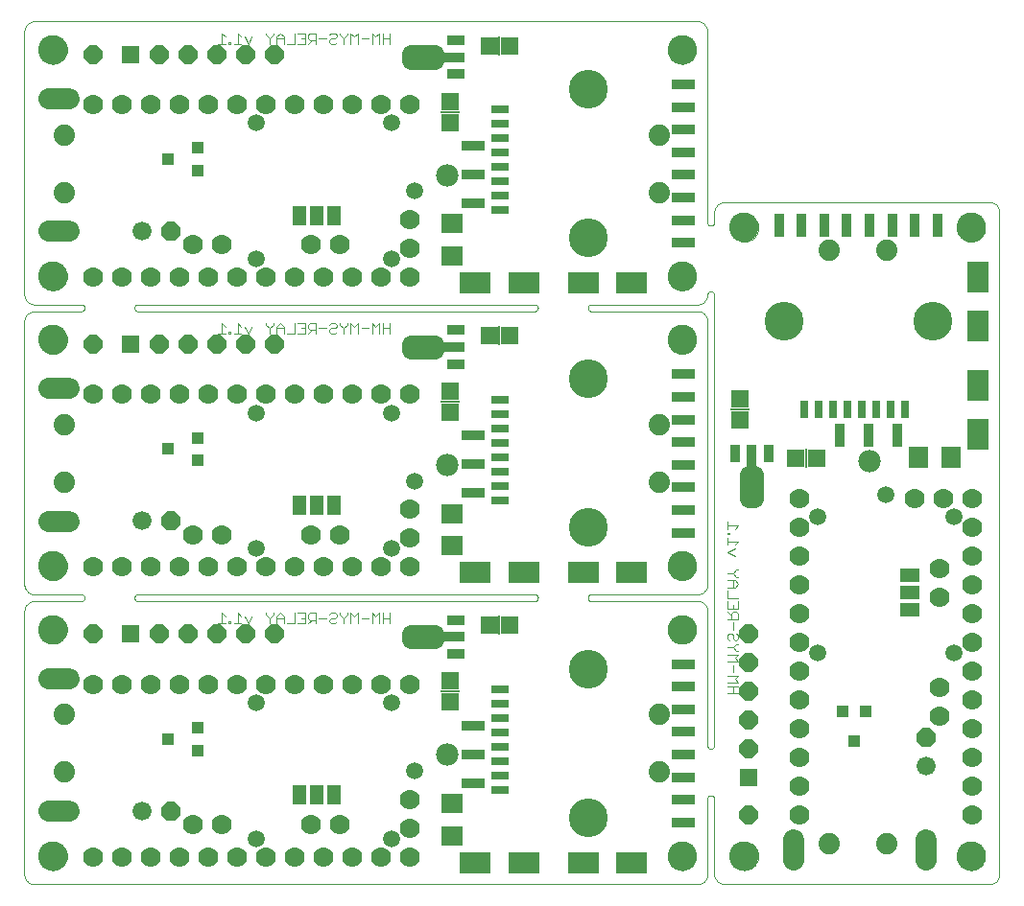
<source format=gbs>
G75*
%MOIN*%
%OFA0B0*%
%FSLAX24Y24*%
%IPPOS*%
%LPD*%
%AMOC8*
5,1,8,0,0,1.08239X$1,22.5*
%
%ADD10C,0.0000*%
%ADD11C,0.0030*%
%ADD12C,0.1024*%
%ADD13OC8,0.0660*%
%ADD14C,0.0660*%
%ADD15R,0.1083X0.0729*%
%ADD16C,0.1350*%
%ADD17C,0.0780*%
%ADD18R,0.0750X0.0670*%
%ADD19R,0.0591X0.0355*%
%ADD20R,0.0788X0.0355*%
%ADD21C,0.0630*%
%ADD22R,0.0680X0.0050*%
%ADD23R,0.0640X0.0640*%
%ADD24R,0.0640X0.0290*%
%ADD25C,0.0594*%
%ADD26C,0.0700*%
%ADD27R,0.0050X0.0680*%
%ADD28C,0.0745*%
%ADD29OC8,0.0640*%
%ADD30R,0.0800X0.0360*%
%ADD31C,0.0740*%
%ADD32C,0.0355*%
%ADD33R,0.0500X0.0670*%
%ADD34R,0.0394X0.0434*%
%ADD35R,0.0729X0.1083*%
%ADD36R,0.0670X0.0750*%
%ADD37R,0.0355X0.0591*%
%ADD38R,0.0355X0.0788*%
%ADD39R,0.0290X0.0640*%
%ADD40R,0.0360X0.0800*%
%ADD41R,0.0670X0.0500*%
%ADD42R,0.0434X0.0394*%
D10*
X006274Y005880D02*
X029286Y005880D01*
X029285Y005879D02*
X029322Y005885D01*
X029358Y005895D01*
X029393Y005909D01*
X029426Y005926D01*
X029458Y005946D01*
X029486Y005970D01*
X029513Y005997D01*
X029536Y006026D01*
X029556Y006057D01*
X029573Y006091D01*
X029586Y006126D01*
X029596Y006162D01*
X029601Y006199D01*
X029603Y006236D01*
X029601Y006273D01*
X029601Y006274D02*
X029601Y008853D01*
X029603Y008873D01*
X029608Y008893D01*
X029617Y008912D01*
X029629Y008929D01*
X029643Y008943D01*
X029660Y008955D01*
X029679Y008964D01*
X029699Y008969D01*
X029719Y008971D01*
X029739Y008969D01*
X029759Y008964D01*
X029778Y008955D01*
X029795Y008943D01*
X029809Y008929D01*
X029821Y008912D01*
X029830Y008893D01*
X029835Y008873D01*
X029837Y008853D01*
X029837Y006195D01*
X029846Y006158D01*
X029858Y006122D01*
X029874Y006087D01*
X029893Y006053D01*
X029915Y006022D01*
X029940Y005993D01*
X029968Y005967D01*
X029998Y005944D01*
X030031Y005924D01*
X030065Y005907D01*
X030101Y005893D01*
X030138Y005883D01*
X030176Y005877D01*
X030214Y005874D01*
X030252Y005875D01*
X030290Y005880D01*
X039423Y005880D01*
X039423Y005879D02*
X039460Y005885D01*
X039496Y005895D01*
X039531Y005909D01*
X039564Y005926D01*
X039596Y005946D01*
X039624Y005970D01*
X039651Y005997D01*
X039674Y006026D01*
X039694Y006057D01*
X039711Y006091D01*
X039724Y006126D01*
X039734Y006162D01*
X039739Y006199D01*
X039741Y006236D01*
X039739Y006273D01*
X039738Y006274D02*
X039738Y029286D01*
X039739Y029285D02*
X039733Y029322D01*
X039723Y029358D01*
X039709Y029393D01*
X039692Y029426D01*
X039672Y029458D01*
X039648Y029486D01*
X039621Y029513D01*
X039592Y029536D01*
X039561Y029556D01*
X039527Y029573D01*
X039492Y029586D01*
X039456Y029596D01*
X039419Y029601D01*
X039382Y029603D01*
X039345Y029601D01*
X030211Y029601D01*
X030174Y029598D01*
X030136Y029592D01*
X030100Y029581D01*
X030065Y029568D01*
X030031Y029551D01*
X030000Y029531D01*
X029970Y029507D01*
X029943Y029481D01*
X029918Y029453D01*
X029896Y029422D01*
X029878Y029389D01*
X029863Y029355D01*
X029851Y029319D01*
X029843Y029282D01*
X029838Y029245D01*
X029837Y029207D01*
X029837Y028892D01*
X029835Y028872D01*
X029830Y028852D01*
X029821Y028833D01*
X029809Y028816D01*
X029795Y028802D01*
X029778Y028790D01*
X029759Y028781D01*
X029739Y028776D01*
X029719Y028774D01*
X029699Y028776D01*
X029679Y028781D01*
X029660Y028790D01*
X029643Y028802D01*
X029629Y028816D01*
X029617Y028833D01*
X029608Y028852D01*
X029603Y028872D01*
X029601Y028892D01*
X029601Y035565D01*
X029595Y035602D01*
X029585Y035638D01*
X029571Y035673D01*
X029554Y035706D01*
X029534Y035738D01*
X029510Y035766D01*
X029483Y035793D01*
X029454Y035816D01*
X029423Y035836D01*
X029389Y035853D01*
X029354Y035866D01*
X029318Y035876D01*
X029281Y035881D01*
X029244Y035883D01*
X029207Y035881D01*
X029207Y035880D02*
X006195Y035880D01*
X006195Y035881D02*
X006158Y035875D01*
X006122Y035865D01*
X006087Y035851D01*
X006054Y035834D01*
X006022Y035814D01*
X005994Y035790D01*
X005967Y035763D01*
X005944Y035734D01*
X005924Y035703D01*
X005907Y035669D01*
X005894Y035634D01*
X005884Y035598D01*
X005879Y035561D01*
X005877Y035524D01*
X005879Y035487D01*
X005880Y035486D02*
X005880Y026353D01*
X005879Y026353D02*
X005885Y026318D01*
X005894Y026284D01*
X005906Y026251D01*
X005921Y026220D01*
X005940Y026190D01*
X005961Y026162D01*
X005985Y026136D01*
X006011Y026113D01*
X006039Y026093D01*
X006070Y026075D01*
X006102Y026060D01*
X006135Y026049D01*
X006169Y026041D01*
X006203Y026036D01*
X006238Y026035D01*
X006273Y026037D01*
X006274Y026038D02*
X007849Y026038D01*
X007869Y026036D01*
X007889Y026031D01*
X007908Y026022D01*
X007925Y026010D01*
X007939Y025996D01*
X007951Y025979D01*
X007960Y025960D01*
X007965Y025940D01*
X007967Y025920D01*
X007965Y025900D01*
X007960Y025880D01*
X007951Y025861D01*
X007939Y025844D01*
X007925Y025830D01*
X007908Y025818D01*
X007889Y025809D01*
X007869Y025804D01*
X007849Y025802D01*
X007849Y025801D02*
X006195Y025801D01*
X006195Y025802D02*
X006158Y025796D01*
X006122Y025786D01*
X006087Y025772D01*
X006054Y025755D01*
X006022Y025735D01*
X005994Y025711D01*
X005967Y025684D01*
X005944Y025655D01*
X005924Y025624D01*
X005907Y025590D01*
X005894Y025555D01*
X005884Y025519D01*
X005879Y025482D01*
X005877Y025445D01*
X005879Y025408D01*
X005880Y025408D02*
X005880Y016274D01*
X005879Y016274D02*
X005885Y016239D01*
X005894Y016205D01*
X005906Y016172D01*
X005921Y016141D01*
X005940Y016111D01*
X005961Y016083D01*
X005985Y016057D01*
X006011Y016034D01*
X006039Y016014D01*
X006070Y015996D01*
X006102Y015981D01*
X006135Y015970D01*
X006169Y015962D01*
X006203Y015957D01*
X006238Y015956D01*
X006273Y015958D01*
X006274Y015959D02*
X007849Y015959D01*
X007869Y015957D01*
X007889Y015952D01*
X007908Y015943D01*
X007925Y015931D01*
X007939Y015917D01*
X007951Y015900D01*
X007960Y015881D01*
X007965Y015861D01*
X007967Y015841D01*
X007965Y015821D01*
X007960Y015801D01*
X007951Y015782D01*
X007939Y015765D01*
X007925Y015751D01*
X007908Y015739D01*
X007889Y015730D01*
X007869Y015725D01*
X007849Y015723D01*
X006195Y015723D01*
X006158Y015717D01*
X006122Y015707D01*
X006087Y015693D01*
X006054Y015676D01*
X006022Y015656D01*
X005994Y015632D01*
X005967Y015605D01*
X005944Y015576D01*
X005924Y015545D01*
X005907Y015511D01*
X005894Y015476D01*
X005884Y015440D01*
X005879Y015403D01*
X005877Y015366D01*
X005879Y015329D01*
X005880Y015329D02*
X005880Y006195D01*
X005879Y006195D02*
X005885Y006160D01*
X005894Y006126D01*
X005906Y006093D01*
X005921Y006062D01*
X005940Y006032D01*
X005961Y006004D01*
X005985Y005978D01*
X006011Y005955D01*
X006039Y005935D01*
X006070Y005917D01*
X006102Y005902D01*
X006135Y005891D01*
X006169Y005883D01*
X006203Y005878D01*
X006238Y005877D01*
X006273Y005879D01*
X006372Y006864D02*
X006374Y006908D01*
X006380Y006952D01*
X006390Y006995D01*
X006403Y007037D01*
X006421Y007077D01*
X006442Y007116D01*
X006466Y007153D01*
X006493Y007188D01*
X006524Y007220D01*
X006557Y007249D01*
X006593Y007275D01*
X006631Y007297D01*
X006671Y007316D01*
X006712Y007332D01*
X006755Y007344D01*
X006798Y007352D01*
X006842Y007356D01*
X006886Y007356D01*
X006930Y007352D01*
X006973Y007344D01*
X007016Y007332D01*
X007057Y007316D01*
X007097Y007297D01*
X007135Y007275D01*
X007171Y007249D01*
X007204Y007220D01*
X007235Y007188D01*
X007262Y007153D01*
X007286Y007116D01*
X007307Y007077D01*
X007325Y007037D01*
X007338Y006995D01*
X007348Y006952D01*
X007354Y006908D01*
X007356Y006864D01*
X007354Y006820D01*
X007348Y006776D01*
X007338Y006733D01*
X007325Y006691D01*
X007307Y006651D01*
X007286Y006612D01*
X007262Y006575D01*
X007235Y006540D01*
X007204Y006508D01*
X007171Y006479D01*
X007135Y006453D01*
X007097Y006431D01*
X007057Y006412D01*
X007016Y006396D01*
X006973Y006384D01*
X006930Y006376D01*
X006886Y006372D01*
X006842Y006372D01*
X006798Y006376D01*
X006755Y006384D01*
X006712Y006396D01*
X006671Y006412D01*
X006631Y006431D01*
X006593Y006453D01*
X006557Y006479D01*
X006524Y006508D01*
X006493Y006540D01*
X006466Y006575D01*
X006442Y006612D01*
X006421Y006651D01*
X006403Y006691D01*
X006390Y006733D01*
X006380Y006776D01*
X006374Y006820D01*
X006372Y006864D01*
X006609Y008427D02*
X006611Y008452D01*
X006617Y008476D01*
X006626Y008498D01*
X006639Y008519D01*
X006655Y008538D01*
X006674Y008554D01*
X006695Y008567D01*
X006717Y008576D01*
X006741Y008582D01*
X006766Y008584D01*
X006791Y008582D01*
X006815Y008576D01*
X006837Y008567D01*
X006858Y008554D01*
X006877Y008538D01*
X006893Y008519D01*
X006906Y008498D01*
X006915Y008476D01*
X006921Y008452D01*
X006923Y008427D01*
X006921Y008402D01*
X006915Y008378D01*
X006906Y008356D01*
X006893Y008335D01*
X006877Y008316D01*
X006858Y008300D01*
X006837Y008287D01*
X006815Y008278D01*
X006791Y008272D01*
X006766Y008270D01*
X006741Y008272D01*
X006717Y008278D01*
X006695Y008287D01*
X006674Y008300D01*
X006655Y008316D01*
X006639Y008335D01*
X006626Y008356D01*
X006617Y008378D01*
X006611Y008402D01*
X006609Y008427D01*
X006766Y008427D02*
X006768Y008452D01*
X006774Y008476D01*
X006783Y008498D01*
X006796Y008519D01*
X006812Y008538D01*
X006831Y008554D01*
X006852Y008567D01*
X006874Y008576D01*
X006898Y008582D01*
X006923Y008584D01*
X006948Y008582D01*
X006972Y008576D01*
X006994Y008567D01*
X007015Y008554D01*
X007034Y008538D01*
X007050Y008519D01*
X007063Y008498D01*
X007072Y008476D01*
X007078Y008452D01*
X007080Y008427D01*
X007078Y008402D01*
X007072Y008378D01*
X007063Y008356D01*
X007050Y008335D01*
X007034Y008316D01*
X007015Y008300D01*
X006994Y008287D01*
X006972Y008278D01*
X006948Y008272D01*
X006923Y008270D01*
X006898Y008272D01*
X006874Y008278D01*
X006852Y008287D01*
X006831Y008300D01*
X006812Y008316D01*
X006796Y008335D01*
X006783Y008356D01*
X006774Y008378D01*
X006768Y008402D01*
X006766Y008427D01*
X007081Y008427D02*
X007083Y008452D01*
X007089Y008476D01*
X007098Y008498D01*
X007111Y008519D01*
X007127Y008538D01*
X007146Y008554D01*
X007167Y008567D01*
X007189Y008576D01*
X007213Y008582D01*
X007238Y008584D01*
X007263Y008582D01*
X007287Y008576D01*
X007309Y008567D01*
X007330Y008554D01*
X007349Y008538D01*
X007365Y008519D01*
X007378Y008498D01*
X007387Y008476D01*
X007393Y008452D01*
X007395Y008427D01*
X007393Y008402D01*
X007387Y008378D01*
X007378Y008356D01*
X007365Y008335D01*
X007349Y008316D01*
X007330Y008300D01*
X007309Y008287D01*
X007287Y008278D01*
X007263Y008272D01*
X007238Y008270D01*
X007213Y008272D01*
X007189Y008278D01*
X007167Y008287D01*
X007146Y008300D01*
X007127Y008316D01*
X007111Y008335D01*
X007098Y008356D01*
X007089Y008378D01*
X007083Y008402D01*
X007081Y008427D01*
X007239Y008427D02*
X007241Y008452D01*
X007247Y008476D01*
X007256Y008498D01*
X007269Y008519D01*
X007285Y008538D01*
X007304Y008554D01*
X007325Y008567D01*
X007347Y008576D01*
X007371Y008582D01*
X007396Y008584D01*
X007421Y008582D01*
X007445Y008576D01*
X007467Y008567D01*
X007488Y008554D01*
X007507Y008538D01*
X007523Y008519D01*
X007536Y008498D01*
X007545Y008476D01*
X007551Y008452D01*
X007553Y008427D01*
X007551Y008402D01*
X007545Y008378D01*
X007536Y008356D01*
X007523Y008335D01*
X007507Y008316D01*
X007488Y008300D01*
X007467Y008287D01*
X007445Y008278D01*
X007421Y008272D01*
X007396Y008270D01*
X007371Y008272D01*
X007347Y008278D01*
X007325Y008287D01*
X007304Y008300D01*
X007285Y008316D01*
X007269Y008335D01*
X007256Y008356D01*
X007247Y008378D01*
X007241Y008402D01*
X007239Y008427D01*
X007081Y013033D02*
X007083Y013058D01*
X007089Y013082D01*
X007098Y013104D01*
X007111Y013125D01*
X007127Y013144D01*
X007146Y013160D01*
X007167Y013173D01*
X007189Y013182D01*
X007213Y013188D01*
X007238Y013190D01*
X007263Y013188D01*
X007287Y013182D01*
X007309Y013173D01*
X007330Y013160D01*
X007349Y013144D01*
X007365Y013125D01*
X007378Y013104D01*
X007387Y013082D01*
X007393Y013058D01*
X007395Y013033D01*
X007393Y013008D01*
X007387Y012984D01*
X007378Y012962D01*
X007365Y012941D01*
X007349Y012922D01*
X007330Y012906D01*
X007309Y012893D01*
X007287Y012884D01*
X007263Y012878D01*
X007238Y012876D01*
X007213Y012878D01*
X007189Y012884D01*
X007167Y012893D01*
X007146Y012906D01*
X007127Y012922D01*
X007111Y012941D01*
X007098Y012962D01*
X007089Y012984D01*
X007083Y013008D01*
X007081Y013033D01*
X006766Y013033D02*
X006768Y013058D01*
X006774Y013082D01*
X006783Y013104D01*
X006796Y013125D01*
X006812Y013144D01*
X006831Y013160D01*
X006852Y013173D01*
X006874Y013182D01*
X006898Y013188D01*
X006923Y013190D01*
X006948Y013188D01*
X006972Y013182D01*
X006994Y013173D01*
X007015Y013160D01*
X007034Y013144D01*
X007050Y013125D01*
X007063Y013104D01*
X007072Y013082D01*
X007078Y013058D01*
X007080Y013033D01*
X007078Y013008D01*
X007072Y012984D01*
X007063Y012962D01*
X007050Y012941D01*
X007034Y012922D01*
X007015Y012906D01*
X006994Y012893D01*
X006972Y012884D01*
X006948Y012878D01*
X006923Y012876D01*
X006898Y012878D01*
X006874Y012884D01*
X006852Y012893D01*
X006831Y012906D01*
X006812Y012922D01*
X006796Y012941D01*
X006783Y012962D01*
X006774Y012984D01*
X006768Y013008D01*
X006766Y013033D01*
X006609Y013033D02*
X006611Y013058D01*
X006617Y013082D01*
X006626Y013104D01*
X006639Y013125D01*
X006655Y013144D01*
X006674Y013160D01*
X006695Y013173D01*
X006717Y013182D01*
X006741Y013188D01*
X006766Y013190D01*
X006791Y013188D01*
X006815Y013182D01*
X006837Y013173D01*
X006858Y013160D01*
X006877Y013144D01*
X006893Y013125D01*
X006906Y013104D01*
X006915Y013082D01*
X006921Y013058D01*
X006923Y013033D01*
X006921Y013008D01*
X006915Y012984D01*
X006906Y012962D01*
X006893Y012941D01*
X006877Y012922D01*
X006858Y012906D01*
X006837Y012893D01*
X006815Y012884D01*
X006791Y012878D01*
X006766Y012876D01*
X006741Y012878D01*
X006717Y012884D01*
X006695Y012893D01*
X006674Y012906D01*
X006655Y012922D01*
X006639Y012941D01*
X006626Y012962D01*
X006617Y012984D01*
X006611Y013008D01*
X006609Y013033D01*
X007239Y013033D02*
X007241Y013058D01*
X007247Y013082D01*
X007256Y013104D01*
X007269Y013125D01*
X007285Y013144D01*
X007304Y013160D01*
X007325Y013173D01*
X007347Y013182D01*
X007371Y013188D01*
X007396Y013190D01*
X007421Y013188D01*
X007445Y013182D01*
X007467Y013173D01*
X007488Y013160D01*
X007507Y013144D01*
X007523Y013125D01*
X007536Y013104D01*
X007545Y013082D01*
X007551Y013058D01*
X007553Y013033D01*
X007551Y013008D01*
X007545Y012984D01*
X007536Y012962D01*
X007523Y012941D01*
X007507Y012922D01*
X007488Y012906D01*
X007467Y012893D01*
X007445Y012884D01*
X007421Y012878D01*
X007396Y012876D01*
X007371Y012878D01*
X007347Y012884D01*
X007325Y012893D01*
X007304Y012906D01*
X007285Y012922D01*
X007269Y012941D01*
X007256Y012962D01*
X007247Y012984D01*
X007241Y013008D01*
X007239Y013033D01*
X006372Y014738D02*
X006374Y014782D01*
X006380Y014826D01*
X006390Y014869D01*
X006403Y014911D01*
X006421Y014951D01*
X006442Y014990D01*
X006466Y015027D01*
X006493Y015062D01*
X006524Y015094D01*
X006557Y015123D01*
X006593Y015149D01*
X006631Y015171D01*
X006671Y015190D01*
X006712Y015206D01*
X006755Y015218D01*
X006798Y015226D01*
X006842Y015230D01*
X006886Y015230D01*
X006930Y015226D01*
X006973Y015218D01*
X007016Y015206D01*
X007057Y015190D01*
X007097Y015171D01*
X007135Y015149D01*
X007171Y015123D01*
X007204Y015094D01*
X007235Y015062D01*
X007262Y015027D01*
X007286Y014990D01*
X007307Y014951D01*
X007325Y014911D01*
X007338Y014869D01*
X007348Y014826D01*
X007354Y014782D01*
X007356Y014738D01*
X007354Y014694D01*
X007348Y014650D01*
X007338Y014607D01*
X007325Y014565D01*
X007307Y014525D01*
X007286Y014486D01*
X007262Y014449D01*
X007235Y014414D01*
X007204Y014382D01*
X007171Y014353D01*
X007135Y014327D01*
X007097Y014305D01*
X007057Y014286D01*
X007016Y014270D01*
X006973Y014258D01*
X006930Y014250D01*
X006886Y014246D01*
X006842Y014246D01*
X006798Y014250D01*
X006755Y014258D01*
X006712Y014270D01*
X006671Y014286D01*
X006631Y014305D01*
X006593Y014327D01*
X006557Y014353D01*
X006524Y014382D01*
X006493Y014414D01*
X006466Y014449D01*
X006442Y014486D01*
X006421Y014525D01*
X006403Y014565D01*
X006390Y014607D01*
X006380Y014650D01*
X006374Y014694D01*
X006372Y014738D01*
X006372Y016943D02*
X006374Y016987D01*
X006380Y017031D01*
X006390Y017074D01*
X006403Y017116D01*
X006421Y017156D01*
X006442Y017195D01*
X006466Y017232D01*
X006493Y017267D01*
X006524Y017299D01*
X006557Y017328D01*
X006593Y017354D01*
X006631Y017376D01*
X006671Y017395D01*
X006712Y017411D01*
X006755Y017423D01*
X006798Y017431D01*
X006842Y017435D01*
X006886Y017435D01*
X006930Y017431D01*
X006973Y017423D01*
X007016Y017411D01*
X007057Y017395D01*
X007097Y017376D01*
X007135Y017354D01*
X007171Y017328D01*
X007204Y017299D01*
X007235Y017267D01*
X007262Y017232D01*
X007286Y017195D01*
X007307Y017156D01*
X007325Y017116D01*
X007338Y017074D01*
X007348Y017031D01*
X007354Y016987D01*
X007356Y016943D01*
X007354Y016899D01*
X007348Y016855D01*
X007338Y016812D01*
X007325Y016770D01*
X007307Y016730D01*
X007286Y016691D01*
X007262Y016654D01*
X007235Y016619D01*
X007204Y016587D01*
X007171Y016558D01*
X007135Y016532D01*
X007097Y016510D01*
X007057Y016491D01*
X007016Y016475D01*
X006973Y016463D01*
X006930Y016455D01*
X006886Y016451D01*
X006842Y016451D01*
X006798Y016455D01*
X006755Y016463D01*
X006712Y016475D01*
X006671Y016491D01*
X006631Y016510D01*
X006593Y016532D01*
X006557Y016558D01*
X006524Y016587D01*
X006493Y016619D01*
X006466Y016654D01*
X006442Y016691D01*
X006421Y016730D01*
X006403Y016770D01*
X006390Y016812D01*
X006380Y016855D01*
X006374Y016899D01*
X006372Y016943D01*
X006609Y018506D02*
X006611Y018531D01*
X006617Y018555D01*
X006626Y018577D01*
X006639Y018598D01*
X006655Y018617D01*
X006674Y018633D01*
X006695Y018646D01*
X006717Y018655D01*
X006741Y018661D01*
X006766Y018663D01*
X006791Y018661D01*
X006815Y018655D01*
X006837Y018646D01*
X006858Y018633D01*
X006877Y018617D01*
X006893Y018598D01*
X006906Y018577D01*
X006915Y018555D01*
X006921Y018531D01*
X006923Y018506D01*
X006921Y018481D01*
X006915Y018457D01*
X006906Y018435D01*
X006893Y018414D01*
X006877Y018395D01*
X006858Y018379D01*
X006837Y018366D01*
X006815Y018357D01*
X006791Y018351D01*
X006766Y018349D01*
X006741Y018351D01*
X006717Y018357D01*
X006695Y018366D01*
X006674Y018379D01*
X006655Y018395D01*
X006639Y018414D01*
X006626Y018435D01*
X006617Y018457D01*
X006611Y018481D01*
X006609Y018506D01*
X006766Y018506D02*
X006768Y018531D01*
X006774Y018555D01*
X006783Y018577D01*
X006796Y018598D01*
X006812Y018617D01*
X006831Y018633D01*
X006852Y018646D01*
X006874Y018655D01*
X006898Y018661D01*
X006923Y018663D01*
X006948Y018661D01*
X006972Y018655D01*
X006994Y018646D01*
X007015Y018633D01*
X007034Y018617D01*
X007050Y018598D01*
X007063Y018577D01*
X007072Y018555D01*
X007078Y018531D01*
X007080Y018506D01*
X007078Y018481D01*
X007072Y018457D01*
X007063Y018435D01*
X007050Y018414D01*
X007034Y018395D01*
X007015Y018379D01*
X006994Y018366D01*
X006972Y018357D01*
X006948Y018351D01*
X006923Y018349D01*
X006898Y018351D01*
X006874Y018357D01*
X006852Y018366D01*
X006831Y018379D01*
X006812Y018395D01*
X006796Y018414D01*
X006783Y018435D01*
X006774Y018457D01*
X006768Y018481D01*
X006766Y018506D01*
X007081Y018506D02*
X007083Y018531D01*
X007089Y018555D01*
X007098Y018577D01*
X007111Y018598D01*
X007127Y018617D01*
X007146Y018633D01*
X007167Y018646D01*
X007189Y018655D01*
X007213Y018661D01*
X007238Y018663D01*
X007263Y018661D01*
X007287Y018655D01*
X007309Y018646D01*
X007330Y018633D01*
X007349Y018617D01*
X007365Y018598D01*
X007378Y018577D01*
X007387Y018555D01*
X007393Y018531D01*
X007395Y018506D01*
X007393Y018481D01*
X007387Y018457D01*
X007378Y018435D01*
X007365Y018414D01*
X007349Y018395D01*
X007330Y018379D01*
X007309Y018366D01*
X007287Y018357D01*
X007263Y018351D01*
X007238Y018349D01*
X007213Y018351D01*
X007189Y018357D01*
X007167Y018366D01*
X007146Y018379D01*
X007127Y018395D01*
X007111Y018414D01*
X007098Y018435D01*
X007089Y018457D01*
X007083Y018481D01*
X007081Y018506D01*
X007239Y018506D02*
X007241Y018531D01*
X007247Y018555D01*
X007256Y018577D01*
X007269Y018598D01*
X007285Y018617D01*
X007304Y018633D01*
X007325Y018646D01*
X007347Y018655D01*
X007371Y018661D01*
X007396Y018663D01*
X007421Y018661D01*
X007445Y018655D01*
X007467Y018646D01*
X007488Y018633D01*
X007507Y018617D01*
X007523Y018598D01*
X007536Y018577D01*
X007545Y018555D01*
X007551Y018531D01*
X007553Y018506D01*
X007551Y018481D01*
X007545Y018457D01*
X007536Y018435D01*
X007523Y018414D01*
X007507Y018395D01*
X007488Y018379D01*
X007467Y018366D01*
X007445Y018357D01*
X007421Y018351D01*
X007396Y018349D01*
X007371Y018351D01*
X007347Y018357D01*
X007325Y018366D01*
X007304Y018379D01*
X007285Y018395D01*
X007269Y018414D01*
X007256Y018435D01*
X007247Y018457D01*
X007241Y018481D01*
X007239Y018506D01*
X009817Y015959D02*
X023597Y015959D01*
X023617Y015957D01*
X023637Y015952D01*
X023656Y015943D01*
X023673Y015931D01*
X023687Y015917D01*
X023699Y015900D01*
X023708Y015881D01*
X023713Y015861D01*
X023715Y015841D01*
X023713Y015821D01*
X023708Y015801D01*
X023699Y015782D01*
X023687Y015765D01*
X023673Y015751D01*
X023656Y015739D01*
X023637Y015730D01*
X023617Y015725D01*
X023597Y015723D01*
X009817Y015723D01*
X009797Y015725D01*
X009777Y015730D01*
X009758Y015739D01*
X009741Y015751D01*
X009727Y015765D01*
X009715Y015782D01*
X009706Y015801D01*
X009701Y015821D01*
X009699Y015841D01*
X009701Y015861D01*
X009706Y015881D01*
X009715Y015900D01*
X009727Y015917D01*
X009741Y015931D01*
X009758Y015943D01*
X009777Y015952D01*
X009797Y015957D01*
X009817Y015959D01*
X007239Y023112D02*
X007241Y023137D01*
X007247Y023161D01*
X007256Y023183D01*
X007269Y023204D01*
X007285Y023223D01*
X007304Y023239D01*
X007325Y023252D01*
X007347Y023261D01*
X007371Y023267D01*
X007396Y023269D01*
X007421Y023267D01*
X007445Y023261D01*
X007467Y023252D01*
X007488Y023239D01*
X007507Y023223D01*
X007523Y023204D01*
X007536Y023183D01*
X007545Y023161D01*
X007551Y023137D01*
X007553Y023112D01*
X007551Y023087D01*
X007545Y023063D01*
X007536Y023041D01*
X007523Y023020D01*
X007507Y023001D01*
X007488Y022985D01*
X007467Y022972D01*
X007445Y022963D01*
X007421Y022957D01*
X007396Y022955D01*
X007371Y022957D01*
X007347Y022963D01*
X007325Y022972D01*
X007304Y022985D01*
X007285Y023001D01*
X007269Y023020D01*
X007256Y023041D01*
X007247Y023063D01*
X007241Y023087D01*
X007239Y023112D01*
X007081Y023112D02*
X007083Y023137D01*
X007089Y023161D01*
X007098Y023183D01*
X007111Y023204D01*
X007127Y023223D01*
X007146Y023239D01*
X007167Y023252D01*
X007189Y023261D01*
X007213Y023267D01*
X007238Y023269D01*
X007263Y023267D01*
X007287Y023261D01*
X007309Y023252D01*
X007330Y023239D01*
X007349Y023223D01*
X007365Y023204D01*
X007378Y023183D01*
X007387Y023161D01*
X007393Y023137D01*
X007395Y023112D01*
X007393Y023087D01*
X007387Y023063D01*
X007378Y023041D01*
X007365Y023020D01*
X007349Y023001D01*
X007330Y022985D01*
X007309Y022972D01*
X007287Y022963D01*
X007263Y022957D01*
X007238Y022955D01*
X007213Y022957D01*
X007189Y022963D01*
X007167Y022972D01*
X007146Y022985D01*
X007127Y023001D01*
X007111Y023020D01*
X007098Y023041D01*
X007089Y023063D01*
X007083Y023087D01*
X007081Y023112D01*
X006766Y023112D02*
X006768Y023137D01*
X006774Y023161D01*
X006783Y023183D01*
X006796Y023204D01*
X006812Y023223D01*
X006831Y023239D01*
X006852Y023252D01*
X006874Y023261D01*
X006898Y023267D01*
X006923Y023269D01*
X006948Y023267D01*
X006972Y023261D01*
X006994Y023252D01*
X007015Y023239D01*
X007034Y023223D01*
X007050Y023204D01*
X007063Y023183D01*
X007072Y023161D01*
X007078Y023137D01*
X007080Y023112D01*
X007078Y023087D01*
X007072Y023063D01*
X007063Y023041D01*
X007050Y023020D01*
X007034Y023001D01*
X007015Y022985D01*
X006994Y022972D01*
X006972Y022963D01*
X006948Y022957D01*
X006923Y022955D01*
X006898Y022957D01*
X006874Y022963D01*
X006852Y022972D01*
X006831Y022985D01*
X006812Y023001D01*
X006796Y023020D01*
X006783Y023041D01*
X006774Y023063D01*
X006768Y023087D01*
X006766Y023112D01*
X006609Y023112D02*
X006611Y023137D01*
X006617Y023161D01*
X006626Y023183D01*
X006639Y023204D01*
X006655Y023223D01*
X006674Y023239D01*
X006695Y023252D01*
X006717Y023261D01*
X006741Y023267D01*
X006766Y023269D01*
X006791Y023267D01*
X006815Y023261D01*
X006837Y023252D01*
X006858Y023239D01*
X006877Y023223D01*
X006893Y023204D01*
X006906Y023183D01*
X006915Y023161D01*
X006921Y023137D01*
X006923Y023112D01*
X006921Y023087D01*
X006915Y023063D01*
X006906Y023041D01*
X006893Y023020D01*
X006877Y023001D01*
X006858Y022985D01*
X006837Y022972D01*
X006815Y022963D01*
X006791Y022957D01*
X006766Y022955D01*
X006741Y022957D01*
X006717Y022963D01*
X006695Y022972D01*
X006674Y022985D01*
X006655Y023001D01*
X006639Y023020D01*
X006626Y023041D01*
X006617Y023063D01*
X006611Y023087D01*
X006609Y023112D01*
X006372Y024817D02*
X006374Y024861D01*
X006380Y024905D01*
X006390Y024948D01*
X006403Y024990D01*
X006421Y025030D01*
X006442Y025069D01*
X006466Y025106D01*
X006493Y025141D01*
X006524Y025173D01*
X006557Y025202D01*
X006593Y025228D01*
X006631Y025250D01*
X006671Y025269D01*
X006712Y025285D01*
X006755Y025297D01*
X006798Y025305D01*
X006842Y025309D01*
X006886Y025309D01*
X006930Y025305D01*
X006973Y025297D01*
X007016Y025285D01*
X007057Y025269D01*
X007097Y025250D01*
X007135Y025228D01*
X007171Y025202D01*
X007204Y025173D01*
X007235Y025141D01*
X007262Y025106D01*
X007286Y025069D01*
X007307Y025030D01*
X007325Y024990D01*
X007338Y024948D01*
X007348Y024905D01*
X007354Y024861D01*
X007356Y024817D01*
X007354Y024773D01*
X007348Y024729D01*
X007338Y024686D01*
X007325Y024644D01*
X007307Y024604D01*
X007286Y024565D01*
X007262Y024528D01*
X007235Y024493D01*
X007204Y024461D01*
X007171Y024432D01*
X007135Y024406D01*
X007097Y024384D01*
X007057Y024365D01*
X007016Y024349D01*
X006973Y024337D01*
X006930Y024329D01*
X006886Y024325D01*
X006842Y024325D01*
X006798Y024329D01*
X006755Y024337D01*
X006712Y024349D01*
X006671Y024365D01*
X006631Y024384D01*
X006593Y024406D01*
X006557Y024432D01*
X006524Y024461D01*
X006493Y024493D01*
X006466Y024528D01*
X006442Y024565D01*
X006421Y024604D01*
X006403Y024644D01*
X006390Y024686D01*
X006380Y024729D01*
X006374Y024773D01*
X006372Y024817D01*
X006372Y027022D02*
X006374Y027066D01*
X006380Y027110D01*
X006390Y027153D01*
X006403Y027195D01*
X006421Y027235D01*
X006442Y027274D01*
X006466Y027311D01*
X006493Y027346D01*
X006524Y027378D01*
X006557Y027407D01*
X006593Y027433D01*
X006631Y027455D01*
X006671Y027474D01*
X006712Y027490D01*
X006755Y027502D01*
X006798Y027510D01*
X006842Y027514D01*
X006886Y027514D01*
X006930Y027510D01*
X006973Y027502D01*
X007016Y027490D01*
X007057Y027474D01*
X007097Y027455D01*
X007135Y027433D01*
X007171Y027407D01*
X007204Y027378D01*
X007235Y027346D01*
X007262Y027311D01*
X007286Y027274D01*
X007307Y027235D01*
X007325Y027195D01*
X007338Y027153D01*
X007348Y027110D01*
X007354Y027066D01*
X007356Y027022D01*
X007354Y026978D01*
X007348Y026934D01*
X007338Y026891D01*
X007325Y026849D01*
X007307Y026809D01*
X007286Y026770D01*
X007262Y026733D01*
X007235Y026698D01*
X007204Y026666D01*
X007171Y026637D01*
X007135Y026611D01*
X007097Y026589D01*
X007057Y026570D01*
X007016Y026554D01*
X006973Y026542D01*
X006930Y026534D01*
X006886Y026530D01*
X006842Y026530D01*
X006798Y026534D01*
X006755Y026542D01*
X006712Y026554D01*
X006671Y026570D01*
X006631Y026589D01*
X006593Y026611D01*
X006557Y026637D01*
X006524Y026666D01*
X006493Y026698D01*
X006466Y026733D01*
X006442Y026770D01*
X006421Y026809D01*
X006403Y026849D01*
X006390Y026891D01*
X006380Y026934D01*
X006374Y026978D01*
X006372Y027022D01*
X006609Y028584D02*
X006611Y028609D01*
X006617Y028633D01*
X006626Y028655D01*
X006639Y028676D01*
X006655Y028695D01*
X006674Y028711D01*
X006695Y028724D01*
X006717Y028733D01*
X006741Y028739D01*
X006766Y028741D01*
X006791Y028739D01*
X006815Y028733D01*
X006837Y028724D01*
X006858Y028711D01*
X006877Y028695D01*
X006893Y028676D01*
X006906Y028655D01*
X006915Y028633D01*
X006921Y028609D01*
X006923Y028584D01*
X006921Y028559D01*
X006915Y028535D01*
X006906Y028513D01*
X006893Y028492D01*
X006877Y028473D01*
X006858Y028457D01*
X006837Y028444D01*
X006815Y028435D01*
X006791Y028429D01*
X006766Y028427D01*
X006741Y028429D01*
X006717Y028435D01*
X006695Y028444D01*
X006674Y028457D01*
X006655Y028473D01*
X006639Y028492D01*
X006626Y028513D01*
X006617Y028535D01*
X006611Y028559D01*
X006609Y028584D01*
X006766Y028584D02*
X006768Y028609D01*
X006774Y028633D01*
X006783Y028655D01*
X006796Y028676D01*
X006812Y028695D01*
X006831Y028711D01*
X006852Y028724D01*
X006874Y028733D01*
X006898Y028739D01*
X006923Y028741D01*
X006948Y028739D01*
X006972Y028733D01*
X006994Y028724D01*
X007015Y028711D01*
X007034Y028695D01*
X007050Y028676D01*
X007063Y028655D01*
X007072Y028633D01*
X007078Y028609D01*
X007080Y028584D01*
X007078Y028559D01*
X007072Y028535D01*
X007063Y028513D01*
X007050Y028492D01*
X007034Y028473D01*
X007015Y028457D01*
X006994Y028444D01*
X006972Y028435D01*
X006948Y028429D01*
X006923Y028427D01*
X006898Y028429D01*
X006874Y028435D01*
X006852Y028444D01*
X006831Y028457D01*
X006812Y028473D01*
X006796Y028492D01*
X006783Y028513D01*
X006774Y028535D01*
X006768Y028559D01*
X006766Y028584D01*
X007081Y028584D02*
X007083Y028609D01*
X007089Y028633D01*
X007098Y028655D01*
X007111Y028676D01*
X007127Y028695D01*
X007146Y028711D01*
X007167Y028724D01*
X007189Y028733D01*
X007213Y028739D01*
X007238Y028741D01*
X007263Y028739D01*
X007287Y028733D01*
X007309Y028724D01*
X007330Y028711D01*
X007349Y028695D01*
X007365Y028676D01*
X007378Y028655D01*
X007387Y028633D01*
X007393Y028609D01*
X007395Y028584D01*
X007393Y028559D01*
X007387Y028535D01*
X007378Y028513D01*
X007365Y028492D01*
X007349Y028473D01*
X007330Y028457D01*
X007309Y028444D01*
X007287Y028435D01*
X007263Y028429D01*
X007238Y028427D01*
X007213Y028429D01*
X007189Y028435D01*
X007167Y028444D01*
X007146Y028457D01*
X007127Y028473D01*
X007111Y028492D01*
X007098Y028513D01*
X007089Y028535D01*
X007083Y028559D01*
X007081Y028584D01*
X007239Y028584D02*
X007241Y028609D01*
X007247Y028633D01*
X007256Y028655D01*
X007269Y028676D01*
X007285Y028695D01*
X007304Y028711D01*
X007325Y028724D01*
X007347Y028733D01*
X007371Y028739D01*
X007396Y028741D01*
X007421Y028739D01*
X007445Y028733D01*
X007467Y028724D01*
X007488Y028711D01*
X007507Y028695D01*
X007523Y028676D01*
X007536Y028655D01*
X007545Y028633D01*
X007551Y028609D01*
X007553Y028584D01*
X007551Y028559D01*
X007545Y028535D01*
X007536Y028513D01*
X007523Y028492D01*
X007507Y028473D01*
X007488Y028457D01*
X007467Y028444D01*
X007445Y028435D01*
X007421Y028429D01*
X007396Y028427D01*
X007371Y028429D01*
X007347Y028435D01*
X007325Y028444D01*
X007304Y028457D01*
X007285Y028473D01*
X007269Y028492D01*
X007256Y028513D01*
X007247Y028535D01*
X007241Y028559D01*
X007239Y028584D01*
X009817Y026038D02*
X023597Y026038D01*
X023617Y026036D01*
X023637Y026031D01*
X023656Y026022D01*
X023673Y026010D01*
X023687Y025996D01*
X023699Y025979D01*
X023708Y025960D01*
X023713Y025940D01*
X023715Y025920D01*
X023713Y025900D01*
X023708Y025880D01*
X023699Y025861D01*
X023687Y025844D01*
X023673Y025830D01*
X023656Y025818D01*
X023637Y025809D01*
X023617Y025804D01*
X023597Y025802D01*
X023597Y025801D02*
X009817Y025801D01*
X009817Y025802D02*
X009797Y025804D01*
X009777Y025809D01*
X009758Y025818D01*
X009741Y025830D01*
X009727Y025844D01*
X009715Y025861D01*
X009706Y025880D01*
X009701Y025900D01*
X009699Y025920D01*
X009701Y025940D01*
X009706Y025960D01*
X009715Y025979D01*
X009727Y025996D01*
X009741Y026010D01*
X009758Y026022D01*
X009777Y026031D01*
X009797Y026036D01*
X009817Y026038D01*
X007239Y033191D02*
X007241Y033216D01*
X007247Y033240D01*
X007256Y033262D01*
X007269Y033283D01*
X007285Y033302D01*
X007304Y033318D01*
X007325Y033331D01*
X007347Y033340D01*
X007371Y033346D01*
X007396Y033348D01*
X007421Y033346D01*
X007445Y033340D01*
X007467Y033331D01*
X007488Y033318D01*
X007507Y033302D01*
X007523Y033283D01*
X007536Y033262D01*
X007545Y033240D01*
X007551Y033216D01*
X007553Y033191D01*
X007551Y033166D01*
X007545Y033142D01*
X007536Y033120D01*
X007523Y033099D01*
X007507Y033080D01*
X007488Y033064D01*
X007467Y033051D01*
X007445Y033042D01*
X007421Y033036D01*
X007396Y033034D01*
X007371Y033036D01*
X007347Y033042D01*
X007325Y033051D01*
X007304Y033064D01*
X007285Y033080D01*
X007269Y033099D01*
X007256Y033120D01*
X007247Y033142D01*
X007241Y033166D01*
X007239Y033191D01*
X007081Y033191D02*
X007083Y033216D01*
X007089Y033240D01*
X007098Y033262D01*
X007111Y033283D01*
X007127Y033302D01*
X007146Y033318D01*
X007167Y033331D01*
X007189Y033340D01*
X007213Y033346D01*
X007238Y033348D01*
X007263Y033346D01*
X007287Y033340D01*
X007309Y033331D01*
X007330Y033318D01*
X007349Y033302D01*
X007365Y033283D01*
X007378Y033262D01*
X007387Y033240D01*
X007393Y033216D01*
X007395Y033191D01*
X007393Y033166D01*
X007387Y033142D01*
X007378Y033120D01*
X007365Y033099D01*
X007349Y033080D01*
X007330Y033064D01*
X007309Y033051D01*
X007287Y033042D01*
X007263Y033036D01*
X007238Y033034D01*
X007213Y033036D01*
X007189Y033042D01*
X007167Y033051D01*
X007146Y033064D01*
X007127Y033080D01*
X007111Y033099D01*
X007098Y033120D01*
X007089Y033142D01*
X007083Y033166D01*
X007081Y033191D01*
X006766Y033191D02*
X006768Y033216D01*
X006774Y033240D01*
X006783Y033262D01*
X006796Y033283D01*
X006812Y033302D01*
X006831Y033318D01*
X006852Y033331D01*
X006874Y033340D01*
X006898Y033346D01*
X006923Y033348D01*
X006948Y033346D01*
X006972Y033340D01*
X006994Y033331D01*
X007015Y033318D01*
X007034Y033302D01*
X007050Y033283D01*
X007063Y033262D01*
X007072Y033240D01*
X007078Y033216D01*
X007080Y033191D01*
X007078Y033166D01*
X007072Y033142D01*
X007063Y033120D01*
X007050Y033099D01*
X007034Y033080D01*
X007015Y033064D01*
X006994Y033051D01*
X006972Y033042D01*
X006948Y033036D01*
X006923Y033034D01*
X006898Y033036D01*
X006874Y033042D01*
X006852Y033051D01*
X006831Y033064D01*
X006812Y033080D01*
X006796Y033099D01*
X006783Y033120D01*
X006774Y033142D01*
X006768Y033166D01*
X006766Y033191D01*
X006609Y033191D02*
X006611Y033216D01*
X006617Y033240D01*
X006626Y033262D01*
X006639Y033283D01*
X006655Y033302D01*
X006674Y033318D01*
X006695Y033331D01*
X006717Y033340D01*
X006741Y033346D01*
X006766Y033348D01*
X006791Y033346D01*
X006815Y033340D01*
X006837Y033331D01*
X006858Y033318D01*
X006877Y033302D01*
X006893Y033283D01*
X006906Y033262D01*
X006915Y033240D01*
X006921Y033216D01*
X006923Y033191D01*
X006921Y033166D01*
X006915Y033142D01*
X006906Y033120D01*
X006893Y033099D01*
X006877Y033080D01*
X006858Y033064D01*
X006837Y033051D01*
X006815Y033042D01*
X006791Y033036D01*
X006766Y033034D01*
X006741Y033036D01*
X006717Y033042D01*
X006695Y033051D01*
X006674Y033064D01*
X006655Y033080D01*
X006639Y033099D01*
X006626Y033120D01*
X006617Y033142D01*
X006611Y033166D01*
X006609Y033191D01*
X006372Y034896D02*
X006374Y034940D01*
X006380Y034984D01*
X006390Y035027D01*
X006403Y035069D01*
X006421Y035109D01*
X006442Y035148D01*
X006466Y035185D01*
X006493Y035220D01*
X006524Y035252D01*
X006557Y035281D01*
X006593Y035307D01*
X006631Y035329D01*
X006671Y035348D01*
X006712Y035364D01*
X006755Y035376D01*
X006798Y035384D01*
X006842Y035388D01*
X006886Y035388D01*
X006930Y035384D01*
X006973Y035376D01*
X007016Y035364D01*
X007057Y035348D01*
X007097Y035329D01*
X007135Y035307D01*
X007171Y035281D01*
X007204Y035252D01*
X007235Y035220D01*
X007262Y035185D01*
X007286Y035148D01*
X007307Y035109D01*
X007325Y035069D01*
X007338Y035027D01*
X007348Y034984D01*
X007354Y034940D01*
X007356Y034896D01*
X007354Y034852D01*
X007348Y034808D01*
X007338Y034765D01*
X007325Y034723D01*
X007307Y034683D01*
X007286Y034644D01*
X007262Y034607D01*
X007235Y034572D01*
X007204Y034540D01*
X007171Y034511D01*
X007135Y034485D01*
X007097Y034463D01*
X007057Y034444D01*
X007016Y034428D01*
X006973Y034416D01*
X006930Y034408D01*
X006886Y034404D01*
X006842Y034404D01*
X006798Y034408D01*
X006755Y034416D01*
X006712Y034428D01*
X006671Y034444D01*
X006631Y034463D01*
X006593Y034485D01*
X006557Y034511D01*
X006524Y034540D01*
X006493Y034572D01*
X006466Y034607D01*
X006442Y034644D01*
X006421Y034683D01*
X006403Y034723D01*
X006390Y034765D01*
X006380Y034808D01*
X006374Y034852D01*
X006372Y034896D01*
X025565Y026038D02*
X029286Y026038D01*
X029207Y025801D02*
X025565Y025801D01*
X025565Y025802D02*
X025545Y025804D01*
X025525Y025809D01*
X025506Y025818D01*
X025489Y025830D01*
X025475Y025844D01*
X025463Y025861D01*
X025454Y025880D01*
X025449Y025900D01*
X025447Y025920D01*
X025449Y025940D01*
X025454Y025960D01*
X025463Y025979D01*
X025475Y025996D01*
X025489Y026010D01*
X025506Y026022D01*
X025525Y026031D01*
X025545Y026036D01*
X025565Y026038D01*
X028223Y027022D02*
X028225Y027066D01*
X028231Y027110D01*
X028241Y027153D01*
X028254Y027195D01*
X028272Y027235D01*
X028293Y027274D01*
X028317Y027311D01*
X028344Y027346D01*
X028375Y027378D01*
X028408Y027407D01*
X028444Y027433D01*
X028482Y027455D01*
X028522Y027474D01*
X028563Y027490D01*
X028606Y027502D01*
X028649Y027510D01*
X028693Y027514D01*
X028737Y027514D01*
X028781Y027510D01*
X028824Y027502D01*
X028867Y027490D01*
X028908Y027474D01*
X028948Y027455D01*
X028986Y027433D01*
X029022Y027407D01*
X029055Y027378D01*
X029086Y027346D01*
X029113Y027311D01*
X029137Y027274D01*
X029158Y027235D01*
X029176Y027195D01*
X029189Y027153D01*
X029199Y027110D01*
X029205Y027066D01*
X029207Y027022D01*
X029205Y026978D01*
X029199Y026934D01*
X029189Y026891D01*
X029176Y026849D01*
X029158Y026809D01*
X029137Y026770D01*
X029113Y026733D01*
X029086Y026698D01*
X029055Y026666D01*
X029022Y026637D01*
X028986Y026611D01*
X028948Y026589D01*
X028908Y026570D01*
X028867Y026554D01*
X028824Y026542D01*
X028781Y026534D01*
X028737Y026530D01*
X028693Y026530D01*
X028649Y026534D01*
X028606Y026542D01*
X028563Y026554D01*
X028522Y026570D01*
X028482Y026589D01*
X028444Y026611D01*
X028408Y026637D01*
X028375Y026666D01*
X028344Y026698D01*
X028317Y026733D01*
X028293Y026770D01*
X028272Y026809D01*
X028254Y026849D01*
X028241Y026891D01*
X028231Y026934D01*
X028225Y026978D01*
X028223Y027022D01*
X029285Y026037D02*
X029322Y026043D01*
X029358Y026053D01*
X029393Y026067D01*
X029426Y026084D01*
X029458Y026104D01*
X029486Y026128D01*
X029513Y026155D01*
X029536Y026184D01*
X029556Y026215D01*
X029573Y026249D01*
X029586Y026284D01*
X029596Y026320D01*
X029601Y026357D01*
X029603Y026394D01*
X029601Y026431D01*
X029601Y026372D02*
X029603Y026392D01*
X029608Y026412D01*
X029617Y026431D01*
X029629Y026448D01*
X029643Y026462D01*
X029660Y026474D01*
X029679Y026483D01*
X029699Y026488D01*
X029719Y026490D01*
X029739Y026488D01*
X029759Y026483D01*
X029778Y026474D01*
X029795Y026462D01*
X029809Y026448D01*
X029821Y026431D01*
X029830Y026412D01*
X029835Y026392D01*
X029837Y026372D01*
X029837Y010703D01*
X029835Y010683D01*
X029830Y010663D01*
X029821Y010644D01*
X029809Y010627D01*
X029795Y010613D01*
X029778Y010601D01*
X029759Y010592D01*
X029739Y010587D01*
X029719Y010585D01*
X029699Y010587D01*
X029679Y010592D01*
X029660Y010601D01*
X029643Y010613D01*
X029629Y010627D01*
X029617Y010644D01*
X029608Y010663D01*
X029603Y010683D01*
X029601Y010703D01*
X029601Y015408D01*
X029601Y015407D02*
X029595Y015444D01*
X029585Y015480D01*
X029571Y015515D01*
X029554Y015548D01*
X029534Y015580D01*
X029510Y015608D01*
X029483Y015635D01*
X029454Y015658D01*
X029423Y015678D01*
X029389Y015695D01*
X029354Y015708D01*
X029318Y015718D01*
X029281Y015723D01*
X029244Y015725D01*
X029207Y015723D01*
X025565Y015723D01*
X025545Y015725D01*
X025525Y015730D01*
X025506Y015739D01*
X025489Y015751D01*
X025475Y015765D01*
X025463Y015782D01*
X025454Y015801D01*
X025449Y015821D01*
X025447Y015841D01*
X025449Y015861D01*
X025454Y015881D01*
X025463Y015900D01*
X025475Y015917D01*
X025489Y015931D01*
X025506Y015943D01*
X025525Y015952D01*
X025545Y015957D01*
X025565Y015959D01*
X029286Y015959D01*
X029285Y015958D02*
X029322Y015964D01*
X029358Y015974D01*
X029393Y015988D01*
X029426Y016005D01*
X029458Y016025D01*
X029486Y016049D01*
X029513Y016076D01*
X029536Y016105D01*
X029556Y016136D01*
X029573Y016170D01*
X029586Y016205D01*
X029596Y016241D01*
X029601Y016278D01*
X029603Y016315D01*
X029601Y016352D01*
X029601Y016353D02*
X029601Y025486D01*
X029595Y025523D01*
X029585Y025559D01*
X029571Y025594D01*
X029554Y025627D01*
X029534Y025659D01*
X029510Y025687D01*
X029483Y025714D01*
X029454Y025737D01*
X029423Y025757D01*
X029389Y025774D01*
X029354Y025787D01*
X029318Y025797D01*
X029281Y025802D01*
X029244Y025804D01*
X029207Y025802D01*
X028223Y024817D02*
X028225Y024861D01*
X028231Y024905D01*
X028241Y024948D01*
X028254Y024990D01*
X028272Y025030D01*
X028293Y025069D01*
X028317Y025106D01*
X028344Y025141D01*
X028375Y025173D01*
X028408Y025202D01*
X028444Y025228D01*
X028482Y025250D01*
X028522Y025269D01*
X028563Y025285D01*
X028606Y025297D01*
X028649Y025305D01*
X028693Y025309D01*
X028737Y025309D01*
X028781Y025305D01*
X028824Y025297D01*
X028867Y025285D01*
X028908Y025269D01*
X028948Y025250D01*
X028986Y025228D01*
X029022Y025202D01*
X029055Y025173D01*
X029086Y025141D01*
X029113Y025106D01*
X029137Y025069D01*
X029158Y025030D01*
X029176Y024990D01*
X029189Y024948D01*
X029199Y024905D01*
X029205Y024861D01*
X029207Y024817D01*
X029205Y024773D01*
X029199Y024729D01*
X029189Y024686D01*
X029176Y024644D01*
X029158Y024604D01*
X029137Y024565D01*
X029113Y024528D01*
X029086Y024493D01*
X029055Y024461D01*
X029022Y024432D01*
X028986Y024406D01*
X028948Y024384D01*
X028908Y024365D01*
X028867Y024349D01*
X028824Y024337D01*
X028781Y024329D01*
X028737Y024325D01*
X028693Y024325D01*
X028649Y024329D01*
X028606Y024337D01*
X028563Y024349D01*
X028522Y024365D01*
X028482Y024384D01*
X028444Y024406D01*
X028408Y024432D01*
X028375Y024461D01*
X028344Y024493D01*
X028317Y024528D01*
X028293Y024565D01*
X028272Y024604D01*
X028254Y024644D01*
X028241Y024686D01*
X028231Y024729D01*
X028225Y024773D01*
X028223Y024817D01*
X030388Y028715D02*
X030390Y028759D01*
X030396Y028803D01*
X030406Y028846D01*
X030419Y028888D01*
X030437Y028928D01*
X030458Y028967D01*
X030482Y029004D01*
X030509Y029039D01*
X030540Y029071D01*
X030573Y029100D01*
X030609Y029126D01*
X030647Y029148D01*
X030687Y029167D01*
X030728Y029183D01*
X030771Y029195D01*
X030814Y029203D01*
X030858Y029207D01*
X030902Y029207D01*
X030946Y029203D01*
X030989Y029195D01*
X031032Y029183D01*
X031073Y029167D01*
X031113Y029148D01*
X031151Y029126D01*
X031187Y029100D01*
X031220Y029071D01*
X031251Y029039D01*
X031278Y029004D01*
X031302Y028967D01*
X031323Y028928D01*
X031341Y028888D01*
X031354Y028846D01*
X031364Y028803D01*
X031370Y028759D01*
X031372Y028715D01*
X031370Y028671D01*
X031364Y028627D01*
X031354Y028584D01*
X031341Y028542D01*
X031323Y028502D01*
X031302Y028463D01*
X031278Y028426D01*
X031251Y028391D01*
X031220Y028359D01*
X031187Y028330D01*
X031151Y028304D01*
X031113Y028282D01*
X031073Y028263D01*
X031032Y028247D01*
X030989Y028235D01*
X030946Y028227D01*
X030902Y028223D01*
X030858Y028223D01*
X030814Y028227D01*
X030771Y028235D01*
X030728Y028247D01*
X030687Y028263D01*
X030647Y028282D01*
X030609Y028304D01*
X030573Y028330D01*
X030540Y028359D01*
X030509Y028391D01*
X030482Y028426D01*
X030458Y028463D01*
X030437Y028502D01*
X030419Y028542D01*
X030406Y028584D01*
X030396Y028627D01*
X030390Y028671D01*
X030388Y028715D01*
X028223Y034896D02*
X028225Y034940D01*
X028231Y034984D01*
X028241Y035027D01*
X028254Y035069D01*
X028272Y035109D01*
X028293Y035148D01*
X028317Y035185D01*
X028344Y035220D01*
X028375Y035252D01*
X028408Y035281D01*
X028444Y035307D01*
X028482Y035329D01*
X028522Y035348D01*
X028563Y035364D01*
X028606Y035376D01*
X028649Y035384D01*
X028693Y035388D01*
X028737Y035388D01*
X028781Y035384D01*
X028824Y035376D01*
X028867Y035364D01*
X028908Y035348D01*
X028948Y035329D01*
X028986Y035307D01*
X029022Y035281D01*
X029055Y035252D01*
X029086Y035220D01*
X029113Y035185D01*
X029137Y035148D01*
X029158Y035109D01*
X029176Y035069D01*
X029189Y035027D01*
X029199Y034984D01*
X029205Y034940D01*
X029207Y034896D01*
X029205Y034852D01*
X029199Y034808D01*
X029189Y034765D01*
X029176Y034723D01*
X029158Y034683D01*
X029137Y034644D01*
X029113Y034607D01*
X029086Y034572D01*
X029055Y034540D01*
X029022Y034511D01*
X028986Y034485D01*
X028948Y034463D01*
X028908Y034444D01*
X028867Y034428D01*
X028824Y034416D01*
X028781Y034408D01*
X028737Y034404D01*
X028693Y034404D01*
X028649Y034408D01*
X028606Y034416D01*
X028563Y034428D01*
X028522Y034444D01*
X028482Y034463D01*
X028444Y034485D01*
X028408Y034511D01*
X028375Y034540D01*
X028344Y034572D01*
X028317Y034607D01*
X028293Y034644D01*
X028272Y034683D01*
X028254Y034723D01*
X028241Y034765D01*
X028231Y034808D01*
X028225Y034852D01*
X028223Y034896D01*
X038262Y028715D02*
X038264Y028759D01*
X038270Y028803D01*
X038280Y028846D01*
X038293Y028888D01*
X038311Y028928D01*
X038332Y028967D01*
X038356Y029004D01*
X038383Y029039D01*
X038414Y029071D01*
X038447Y029100D01*
X038483Y029126D01*
X038521Y029148D01*
X038561Y029167D01*
X038602Y029183D01*
X038645Y029195D01*
X038688Y029203D01*
X038732Y029207D01*
X038776Y029207D01*
X038820Y029203D01*
X038863Y029195D01*
X038906Y029183D01*
X038947Y029167D01*
X038987Y029148D01*
X039025Y029126D01*
X039061Y029100D01*
X039094Y029071D01*
X039125Y029039D01*
X039152Y029004D01*
X039176Y028967D01*
X039197Y028928D01*
X039215Y028888D01*
X039228Y028846D01*
X039238Y028803D01*
X039244Y028759D01*
X039246Y028715D01*
X039244Y028671D01*
X039238Y028627D01*
X039228Y028584D01*
X039215Y028542D01*
X039197Y028502D01*
X039176Y028463D01*
X039152Y028426D01*
X039125Y028391D01*
X039094Y028359D01*
X039061Y028330D01*
X039025Y028304D01*
X038987Y028282D01*
X038947Y028263D01*
X038906Y028247D01*
X038863Y028235D01*
X038820Y028227D01*
X038776Y028223D01*
X038732Y028223D01*
X038688Y028227D01*
X038645Y028235D01*
X038602Y028247D01*
X038561Y028263D01*
X038521Y028282D01*
X038483Y028304D01*
X038447Y028330D01*
X038414Y028359D01*
X038383Y028391D01*
X038356Y028426D01*
X038332Y028463D01*
X038311Y028502D01*
X038293Y028542D01*
X038280Y028584D01*
X038270Y028627D01*
X038264Y028671D01*
X038262Y028715D01*
X028223Y016943D02*
X028225Y016987D01*
X028231Y017031D01*
X028241Y017074D01*
X028254Y017116D01*
X028272Y017156D01*
X028293Y017195D01*
X028317Y017232D01*
X028344Y017267D01*
X028375Y017299D01*
X028408Y017328D01*
X028444Y017354D01*
X028482Y017376D01*
X028522Y017395D01*
X028563Y017411D01*
X028606Y017423D01*
X028649Y017431D01*
X028693Y017435D01*
X028737Y017435D01*
X028781Y017431D01*
X028824Y017423D01*
X028867Y017411D01*
X028908Y017395D01*
X028948Y017376D01*
X028986Y017354D01*
X029022Y017328D01*
X029055Y017299D01*
X029086Y017267D01*
X029113Y017232D01*
X029137Y017195D01*
X029158Y017156D01*
X029176Y017116D01*
X029189Y017074D01*
X029199Y017031D01*
X029205Y016987D01*
X029207Y016943D01*
X029205Y016899D01*
X029199Y016855D01*
X029189Y016812D01*
X029176Y016770D01*
X029158Y016730D01*
X029137Y016691D01*
X029113Y016654D01*
X029086Y016619D01*
X029055Y016587D01*
X029022Y016558D01*
X028986Y016532D01*
X028948Y016510D01*
X028908Y016491D01*
X028867Y016475D01*
X028824Y016463D01*
X028781Y016455D01*
X028737Y016451D01*
X028693Y016451D01*
X028649Y016455D01*
X028606Y016463D01*
X028563Y016475D01*
X028522Y016491D01*
X028482Y016510D01*
X028444Y016532D01*
X028408Y016558D01*
X028375Y016587D01*
X028344Y016619D01*
X028317Y016654D01*
X028293Y016691D01*
X028272Y016730D01*
X028254Y016770D01*
X028241Y016812D01*
X028231Y016855D01*
X028225Y016899D01*
X028223Y016943D01*
X028223Y014738D02*
X028225Y014782D01*
X028231Y014826D01*
X028241Y014869D01*
X028254Y014911D01*
X028272Y014951D01*
X028293Y014990D01*
X028317Y015027D01*
X028344Y015062D01*
X028375Y015094D01*
X028408Y015123D01*
X028444Y015149D01*
X028482Y015171D01*
X028522Y015190D01*
X028563Y015206D01*
X028606Y015218D01*
X028649Y015226D01*
X028693Y015230D01*
X028737Y015230D01*
X028781Y015226D01*
X028824Y015218D01*
X028867Y015206D01*
X028908Y015190D01*
X028948Y015171D01*
X028986Y015149D01*
X029022Y015123D01*
X029055Y015094D01*
X029086Y015062D01*
X029113Y015027D01*
X029137Y014990D01*
X029158Y014951D01*
X029176Y014911D01*
X029189Y014869D01*
X029199Y014826D01*
X029205Y014782D01*
X029207Y014738D01*
X029205Y014694D01*
X029199Y014650D01*
X029189Y014607D01*
X029176Y014565D01*
X029158Y014525D01*
X029137Y014486D01*
X029113Y014449D01*
X029086Y014414D01*
X029055Y014382D01*
X029022Y014353D01*
X028986Y014327D01*
X028948Y014305D01*
X028908Y014286D01*
X028867Y014270D01*
X028824Y014258D01*
X028781Y014250D01*
X028737Y014246D01*
X028693Y014246D01*
X028649Y014250D01*
X028606Y014258D01*
X028563Y014270D01*
X028522Y014286D01*
X028482Y014305D01*
X028444Y014327D01*
X028408Y014353D01*
X028375Y014382D01*
X028344Y014414D01*
X028317Y014449D01*
X028293Y014486D01*
X028272Y014525D01*
X028254Y014565D01*
X028241Y014607D01*
X028231Y014650D01*
X028225Y014694D01*
X028223Y014738D01*
X032428Y007396D02*
X032430Y007421D01*
X032436Y007445D01*
X032445Y007467D01*
X032458Y007488D01*
X032474Y007507D01*
X032493Y007523D01*
X032514Y007536D01*
X032536Y007545D01*
X032560Y007551D01*
X032585Y007553D01*
X032610Y007551D01*
X032634Y007545D01*
X032656Y007536D01*
X032677Y007523D01*
X032696Y007507D01*
X032712Y007488D01*
X032725Y007467D01*
X032734Y007445D01*
X032740Y007421D01*
X032742Y007396D01*
X032740Y007371D01*
X032734Y007347D01*
X032725Y007325D01*
X032712Y007304D01*
X032696Y007285D01*
X032677Y007269D01*
X032656Y007256D01*
X032634Y007247D01*
X032610Y007241D01*
X032585Y007239D01*
X032560Y007241D01*
X032536Y007247D01*
X032514Y007256D01*
X032493Y007269D01*
X032474Y007285D01*
X032458Y007304D01*
X032445Y007325D01*
X032436Y007347D01*
X032430Y007371D01*
X032428Y007396D01*
X032428Y007238D02*
X032430Y007263D01*
X032436Y007287D01*
X032445Y007309D01*
X032458Y007330D01*
X032474Y007349D01*
X032493Y007365D01*
X032514Y007378D01*
X032536Y007387D01*
X032560Y007393D01*
X032585Y007395D01*
X032610Y007393D01*
X032634Y007387D01*
X032656Y007378D01*
X032677Y007365D01*
X032696Y007349D01*
X032712Y007330D01*
X032725Y007309D01*
X032734Y007287D01*
X032740Y007263D01*
X032742Y007238D01*
X032740Y007213D01*
X032734Y007189D01*
X032725Y007167D01*
X032712Y007146D01*
X032696Y007127D01*
X032677Y007111D01*
X032656Y007098D01*
X032634Y007089D01*
X032610Y007083D01*
X032585Y007081D01*
X032560Y007083D01*
X032536Y007089D01*
X032514Y007098D01*
X032493Y007111D01*
X032474Y007127D01*
X032458Y007146D01*
X032445Y007167D01*
X032436Y007189D01*
X032430Y007213D01*
X032428Y007238D01*
X032428Y006923D02*
X032430Y006948D01*
X032436Y006972D01*
X032445Y006994D01*
X032458Y007015D01*
X032474Y007034D01*
X032493Y007050D01*
X032514Y007063D01*
X032536Y007072D01*
X032560Y007078D01*
X032585Y007080D01*
X032610Y007078D01*
X032634Y007072D01*
X032656Y007063D01*
X032677Y007050D01*
X032696Y007034D01*
X032712Y007015D01*
X032725Y006994D01*
X032734Y006972D01*
X032740Y006948D01*
X032742Y006923D01*
X032740Y006898D01*
X032734Y006874D01*
X032725Y006852D01*
X032712Y006831D01*
X032696Y006812D01*
X032677Y006796D01*
X032656Y006783D01*
X032634Y006774D01*
X032610Y006768D01*
X032585Y006766D01*
X032560Y006768D01*
X032536Y006774D01*
X032514Y006783D01*
X032493Y006796D01*
X032474Y006812D01*
X032458Y006831D01*
X032445Y006852D01*
X032436Y006874D01*
X032430Y006898D01*
X032428Y006923D01*
X032428Y006766D02*
X032430Y006791D01*
X032436Y006815D01*
X032445Y006837D01*
X032458Y006858D01*
X032474Y006877D01*
X032493Y006893D01*
X032514Y006906D01*
X032536Y006915D01*
X032560Y006921D01*
X032585Y006923D01*
X032610Y006921D01*
X032634Y006915D01*
X032656Y006906D01*
X032677Y006893D01*
X032696Y006877D01*
X032712Y006858D01*
X032725Y006837D01*
X032734Y006815D01*
X032740Y006791D01*
X032742Y006766D01*
X032740Y006741D01*
X032734Y006717D01*
X032725Y006695D01*
X032712Y006674D01*
X032696Y006655D01*
X032677Y006639D01*
X032656Y006626D01*
X032634Y006617D01*
X032610Y006611D01*
X032585Y006609D01*
X032560Y006611D01*
X032536Y006617D01*
X032514Y006626D01*
X032493Y006639D01*
X032474Y006655D01*
X032458Y006674D01*
X032445Y006695D01*
X032436Y006717D01*
X032430Y006741D01*
X032428Y006766D01*
X030388Y006864D02*
X030390Y006908D01*
X030396Y006952D01*
X030406Y006995D01*
X030419Y007037D01*
X030437Y007077D01*
X030458Y007116D01*
X030482Y007153D01*
X030509Y007188D01*
X030540Y007220D01*
X030573Y007249D01*
X030609Y007275D01*
X030647Y007297D01*
X030687Y007316D01*
X030728Y007332D01*
X030771Y007344D01*
X030814Y007352D01*
X030858Y007356D01*
X030902Y007356D01*
X030946Y007352D01*
X030989Y007344D01*
X031032Y007332D01*
X031073Y007316D01*
X031113Y007297D01*
X031151Y007275D01*
X031187Y007249D01*
X031220Y007220D01*
X031251Y007188D01*
X031278Y007153D01*
X031302Y007116D01*
X031323Y007077D01*
X031341Y007037D01*
X031354Y006995D01*
X031364Y006952D01*
X031370Y006908D01*
X031372Y006864D01*
X031370Y006820D01*
X031364Y006776D01*
X031354Y006733D01*
X031341Y006691D01*
X031323Y006651D01*
X031302Y006612D01*
X031278Y006575D01*
X031251Y006540D01*
X031220Y006508D01*
X031187Y006479D01*
X031151Y006453D01*
X031113Y006431D01*
X031073Y006412D01*
X031032Y006396D01*
X030989Y006384D01*
X030946Y006376D01*
X030902Y006372D01*
X030858Y006372D01*
X030814Y006376D01*
X030771Y006384D01*
X030728Y006396D01*
X030687Y006412D01*
X030647Y006431D01*
X030609Y006453D01*
X030573Y006479D01*
X030540Y006508D01*
X030509Y006540D01*
X030482Y006575D01*
X030458Y006612D01*
X030437Y006651D01*
X030419Y006691D01*
X030406Y006733D01*
X030396Y006776D01*
X030390Y006820D01*
X030388Y006864D01*
X028223Y006864D02*
X028225Y006908D01*
X028231Y006952D01*
X028241Y006995D01*
X028254Y007037D01*
X028272Y007077D01*
X028293Y007116D01*
X028317Y007153D01*
X028344Y007188D01*
X028375Y007220D01*
X028408Y007249D01*
X028444Y007275D01*
X028482Y007297D01*
X028522Y007316D01*
X028563Y007332D01*
X028606Y007344D01*
X028649Y007352D01*
X028693Y007356D01*
X028737Y007356D01*
X028781Y007352D01*
X028824Y007344D01*
X028867Y007332D01*
X028908Y007316D01*
X028948Y007297D01*
X028986Y007275D01*
X029022Y007249D01*
X029055Y007220D01*
X029086Y007188D01*
X029113Y007153D01*
X029137Y007116D01*
X029158Y007077D01*
X029176Y007037D01*
X029189Y006995D01*
X029199Y006952D01*
X029205Y006908D01*
X029207Y006864D01*
X029205Y006820D01*
X029199Y006776D01*
X029189Y006733D01*
X029176Y006691D01*
X029158Y006651D01*
X029137Y006612D01*
X029113Y006575D01*
X029086Y006540D01*
X029055Y006508D01*
X029022Y006479D01*
X028986Y006453D01*
X028948Y006431D01*
X028908Y006412D01*
X028867Y006396D01*
X028824Y006384D01*
X028781Y006376D01*
X028737Y006372D01*
X028693Y006372D01*
X028649Y006376D01*
X028606Y006384D01*
X028563Y006396D01*
X028522Y006412D01*
X028482Y006431D01*
X028444Y006453D01*
X028408Y006479D01*
X028375Y006508D01*
X028344Y006540D01*
X028317Y006575D01*
X028293Y006612D01*
X028272Y006651D01*
X028254Y006691D01*
X028241Y006733D01*
X028231Y006776D01*
X028225Y006820D01*
X028223Y006864D01*
X037035Y006923D02*
X037037Y006948D01*
X037043Y006972D01*
X037052Y006994D01*
X037065Y007015D01*
X037081Y007034D01*
X037100Y007050D01*
X037121Y007063D01*
X037143Y007072D01*
X037167Y007078D01*
X037192Y007080D01*
X037217Y007078D01*
X037241Y007072D01*
X037263Y007063D01*
X037284Y007050D01*
X037303Y007034D01*
X037319Y007015D01*
X037332Y006994D01*
X037341Y006972D01*
X037347Y006948D01*
X037349Y006923D01*
X037347Y006898D01*
X037341Y006874D01*
X037332Y006852D01*
X037319Y006831D01*
X037303Y006812D01*
X037284Y006796D01*
X037263Y006783D01*
X037241Y006774D01*
X037217Y006768D01*
X037192Y006766D01*
X037167Y006768D01*
X037143Y006774D01*
X037121Y006783D01*
X037100Y006796D01*
X037081Y006812D01*
X037065Y006831D01*
X037052Y006852D01*
X037043Y006874D01*
X037037Y006898D01*
X037035Y006923D01*
X037035Y006766D02*
X037037Y006791D01*
X037043Y006815D01*
X037052Y006837D01*
X037065Y006858D01*
X037081Y006877D01*
X037100Y006893D01*
X037121Y006906D01*
X037143Y006915D01*
X037167Y006921D01*
X037192Y006923D01*
X037217Y006921D01*
X037241Y006915D01*
X037263Y006906D01*
X037284Y006893D01*
X037303Y006877D01*
X037319Y006858D01*
X037332Y006837D01*
X037341Y006815D01*
X037347Y006791D01*
X037349Y006766D01*
X037347Y006741D01*
X037341Y006717D01*
X037332Y006695D01*
X037319Y006674D01*
X037303Y006655D01*
X037284Y006639D01*
X037263Y006626D01*
X037241Y006617D01*
X037217Y006611D01*
X037192Y006609D01*
X037167Y006611D01*
X037143Y006617D01*
X037121Y006626D01*
X037100Y006639D01*
X037081Y006655D01*
X037065Y006674D01*
X037052Y006695D01*
X037043Y006717D01*
X037037Y006741D01*
X037035Y006766D01*
X037035Y007238D02*
X037037Y007263D01*
X037043Y007287D01*
X037052Y007309D01*
X037065Y007330D01*
X037081Y007349D01*
X037100Y007365D01*
X037121Y007378D01*
X037143Y007387D01*
X037167Y007393D01*
X037192Y007395D01*
X037217Y007393D01*
X037241Y007387D01*
X037263Y007378D01*
X037284Y007365D01*
X037303Y007349D01*
X037319Y007330D01*
X037332Y007309D01*
X037341Y007287D01*
X037347Y007263D01*
X037349Y007238D01*
X037347Y007213D01*
X037341Y007189D01*
X037332Y007167D01*
X037319Y007146D01*
X037303Y007127D01*
X037284Y007111D01*
X037263Y007098D01*
X037241Y007089D01*
X037217Y007083D01*
X037192Y007081D01*
X037167Y007083D01*
X037143Y007089D01*
X037121Y007098D01*
X037100Y007111D01*
X037081Y007127D01*
X037065Y007146D01*
X037052Y007167D01*
X037043Y007189D01*
X037037Y007213D01*
X037035Y007238D01*
X037035Y007396D02*
X037037Y007421D01*
X037043Y007445D01*
X037052Y007467D01*
X037065Y007488D01*
X037081Y007507D01*
X037100Y007523D01*
X037121Y007536D01*
X037143Y007545D01*
X037167Y007551D01*
X037192Y007553D01*
X037217Y007551D01*
X037241Y007545D01*
X037263Y007536D01*
X037284Y007523D01*
X037303Y007507D01*
X037319Y007488D01*
X037332Y007467D01*
X037341Y007445D01*
X037347Y007421D01*
X037349Y007396D01*
X037347Y007371D01*
X037341Y007347D01*
X037332Y007325D01*
X037319Y007304D01*
X037303Y007285D01*
X037284Y007269D01*
X037263Y007256D01*
X037241Y007247D01*
X037217Y007241D01*
X037192Y007239D01*
X037167Y007241D01*
X037143Y007247D01*
X037121Y007256D01*
X037100Y007269D01*
X037081Y007285D01*
X037065Y007304D01*
X037052Y007325D01*
X037043Y007347D01*
X037037Y007371D01*
X037035Y007396D01*
X038262Y006864D02*
X038264Y006908D01*
X038270Y006952D01*
X038280Y006995D01*
X038293Y007037D01*
X038311Y007077D01*
X038332Y007116D01*
X038356Y007153D01*
X038383Y007188D01*
X038414Y007220D01*
X038447Y007249D01*
X038483Y007275D01*
X038521Y007297D01*
X038561Y007316D01*
X038602Y007332D01*
X038645Y007344D01*
X038688Y007352D01*
X038732Y007356D01*
X038776Y007356D01*
X038820Y007352D01*
X038863Y007344D01*
X038906Y007332D01*
X038947Y007316D01*
X038987Y007297D01*
X039025Y007275D01*
X039061Y007249D01*
X039094Y007220D01*
X039125Y007188D01*
X039152Y007153D01*
X039176Y007116D01*
X039197Y007077D01*
X039215Y007037D01*
X039228Y006995D01*
X039238Y006952D01*
X039244Y006908D01*
X039246Y006864D01*
X039244Y006820D01*
X039238Y006776D01*
X039228Y006733D01*
X039215Y006691D01*
X039197Y006651D01*
X039176Y006612D01*
X039152Y006575D01*
X039125Y006540D01*
X039094Y006508D01*
X039061Y006479D01*
X039025Y006453D01*
X038987Y006431D01*
X038947Y006412D01*
X038906Y006396D01*
X038863Y006384D01*
X038820Y006376D01*
X038776Y006372D01*
X038732Y006372D01*
X038688Y006376D01*
X038645Y006384D01*
X038602Y006396D01*
X038561Y006412D01*
X038521Y006431D01*
X038483Y006453D01*
X038447Y006479D01*
X038414Y006508D01*
X038383Y006540D01*
X038356Y006575D01*
X038332Y006612D01*
X038311Y006651D01*
X038293Y006691D01*
X038280Y006733D01*
X038270Y006776D01*
X038264Y006820D01*
X038262Y006864D01*
D11*
X030674Y012518D02*
X030303Y012518D01*
X030489Y012518D02*
X030489Y012765D01*
X030674Y012765D02*
X030303Y012765D01*
X030303Y012886D02*
X030674Y012886D01*
X030550Y013010D01*
X030674Y013133D01*
X030303Y013133D01*
X030489Y013255D02*
X030489Y013501D01*
X030674Y013623D02*
X030550Y013746D01*
X030674Y013870D01*
X030303Y013870D01*
X030303Y014115D02*
X030489Y014115D01*
X030612Y014238D01*
X030674Y014238D01*
X030612Y014360D02*
X030550Y014360D01*
X030489Y014421D01*
X030489Y014545D01*
X030427Y014606D01*
X030365Y014606D01*
X030303Y014545D01*
X030303Y014421D01*
X030365Y014360D01*
X030612Y014360D02*
X030674Y014421D01*
X030674Y014545D01*
X030612Y014606D01*
X030489Y014728D02*
X030489Y014975D01*
X030427Y015096D02*
X030427Y015281D01*
X030489Y015343D01*
X030612Y015343D01*
X030674Y015281D01*
X030674Y015096D01*
X030303Y015096D01*
X030427Y015220D02*
X030303Y015343D01*
X030303Y015464D02*
X030303Y015711D01*
X030303Y015833D02*
X030303Y016080D01*
X030303Y016201D02*
X030550Y016201D01*
X030674Y016325D01*
X030550Y016448D01*
X030303Y016448D01*
X030489Y016448D02*
X030489Y016201D01*
X030612Y016569D02*
X030489Y016693D01*
X030303Y016693D01*
X030489Y016693D02*
X030612Y016816D01*
X030674Y016816D01*
X030674Y016569D02*
X030612Y016569D01*
X030674Y015833D02*
X030303Y015833D01*
X030489Y015588D02*
X030489Y015464D01*
X030674Y015464D02*
X030303Y015464D01*
X030674Y015464D02*
X030674Y015711D01*
X030550Y017306D02*
X030303Y017429D01*
X030550Y017553D01*
X030550Y017674D02*
X030674Y017798D01*
X030303Y017798D01*
X030303Y017921D02*
X030303Y017674D01*
X030303Y018043D02*
X030303Y018104D01*
X030365Y018104D01*
X030365Y018043D01*
X030303Y018043D01*
X030303Y018227D02*
X030303Y018474D01*
X030303Y018350D02*
X030674Y018350D01*
X030550Y018227D01*
X030489Y014115D02*
X030612Y013991D01*
X030674Y013991D01*
X030674Y013623D02*
X030303Y013623D01*
X018565Y014945D02*
X018565Y015315D01*
X018565Y015130D02*
X018318Y015130D01*
X018318Y015315D02*
X018318Y014945D01*
X018197Y014945D02*
X018197Y015315D01*
X018073Y015192D01*
X017950Y015315D01*
X017950Y014945D01*
X017829Y015130D02*
X017582Y015130D01*
X017460Y014945D02*
X017460Y015315D01*
X017337Y015192D01*
X017213Y015315D01*
X017213Y014945D01*
X016968Y014945D02*
X016968Y015130D01*
X016845Y015254D01*
X016845Y015315D01*
X016724Y015254D02*
X016724Y015192D01*
X016662Y015130D01*
X016538Y015130D01*
X016477Y015069D01*
X016477Y015007D01*
X016538Y014945D01*
X016662Y014945D01*
X016724Y015007D01*
X016724Y015254D02*
X016662Y015315D01*
X016538Y015315D01*
X016477Y015254D01*
X016355Y015130D02*
X016108Y015130D01*
X015987Y015069D02*
X015802Y015069D01*
X015740Y015130D01*
X015740Y015254D01*
X015802Y015315D01*
X015987Y015315D01*
X015987Y014945D01*
X015864Y015069D02*
X015740Y014945D01*
X015619Y014945D02*
X015372Y014945D01*
X015250Y014945D02*
X015003Y014945D01*
X014882Y014945D02*
X014882Y015192D01*
X014759Y015315D01*
X014635Y015192D01*
X014635Y014945D01*
X014635Y015130D02*
X014882Y015130D01*
X014514Y015254D02*
X014514Y015315D01*
X014514Y015254D02*
X014390Y015130D01*
X014390Y014945D01*
X014390Y015130D02*
X014267Y015254D01*
X014267Y015315D01*
X013777Y015192D02*
X013654Y014945D01*
X013530Y015192D01*
X013409Y015192D02*
X013285Y015315D01*
X013285Y014945D01*
X013162Y014945D02*
X013409Y014945D01*
X013040Y014945D02*
X012979Y014945D01*
X012979Y015007D01*
X013040Y015007D01*
X013040Y014945D01*
X012856Y014945D02*
X012609Y014945D01*
X012733Y014945D02*
X012733Y015315D01*
X012856Y015192D01*
X015250Y015315D02*
X015250Y014945D01*
X015495Y015130D02*
X015619Y015130D01*
X015619Y015315D02*
X015619Y014945D01*
X015619Y015315D02*
X015372Y015315D01*
X016968Y015130D02*
X017092Y015254D01*
X017092Y015315D01*
X017213Y025024D02*
X017213Y025394D01*
X017337Y025271D01*
X017460Y025394D01*
X017460Y025024D01*
X017582Y025209D02*
X017829Y025209D01*
X017950Y025394D02*
X017950Y025024D01*
X018197Y025024D02*
X018197Y025394D01*
X018073Y025271D01*
X017950Y025394D01*
X018318Y025394D02*
X018318Y025024D01*
X018318Y025209D02*
X018565Y025209D01*
X018565Y025024D02*
X018565Y025394D01*
X017092Y025394D02*
X017092Y025332D01*
X016968Y025209D01*
X016968Y025024D01*
X016968Y025209D02*
X016845Y025332D01*
X016845Y025394D01*
X016724Y025332D02*
X016724Y025271D01*
X016662Y025209D01*
X016538Y025209D01*
X016477Y025147D01*
X016477Y025086D01*
X016538Y025024D01*
X016662Y025024D01*
X016724Y025086D01*
X016724Y025332D02*
X016662Y025394D01*
X016538Y025394D01*
X016477Y025332D01*
X016355Y025209D02*
X016108Y025209D01*
X015987Y025147D02*
X015802Y025147D01*
X015740Y025209D01*
X015740Y025332D01*
X015802Y025394D01*
X015987Y025394D01*
X015987Y025024D01*
X015864Y025147D02*
X015740Y025024D01*
X015619Y025024D02*
X015372Y025024D01*
X015250Y025024D02*
X015003Y025024D01*
X014882Y025024D02*
X014882Y025271D01*
X014759Y025394D01*
X014635Y025271D01*
X014635Y025024D01*
X014635Y025209D02*
X014882Y025209D01*
X014514Y025332D02*
X014390Y025209D01*
X014390Y025024D01*
X014390Y025209D02*
X014267Y025332D01*
X014267Y025394D01*
X014514Y025394D02*
X014514Y025332D01*
X015250Y025394D02*
X015250Y025024D01*
X015495Y025209D02*
X015619Y025209D01*
X015619Y025394D02*
X015619Y025024D01*
X015619Y025394D02*
X015372Y025394D01*
X013777Y025271D02*
X013654Y025024D01*
X013530Y025271D01*
X013409Y025271D02*
X013285Y025394D01*
X013285Y025024D01*
X013162Y025024D02*
X013409Y025024D01*
X013040Y025024D02*
X012979Y025024D01*
X012979Y025086D01*
X013040Y025086D01*
X013040Y025024D01*
X012856Y025024D02*
X012609Y025024D01*
X012733Y025024D02*
X012733Y025394D01*
X012856Y025271D01*
X012856Y035103D02*
X012609Y035103D01*
X012733Y035103D02*
X012733Y035473D01*
X012856Y035350D01*
X012979Y035164D02*
X012979Y035103D01*
X013040Y035103D01*
X013040Y035164D01*
X012979Y035164D01*
X013162Y035103D02*
X013409Y035103D01*
X013285Y035103D02*
X013285Y035473D01*
X013409Y035350D01*
X013530Y035350D02*
X013654Y035103D01*
X013777Y035350D01*
X014267Y035411D02*
X014267Y035473D01*
X014267Y035411D02*
X014390Y035288D01*
X014390Y035103D01*
X014390Y035288D02*
X014514Y035411D01*
X014514Y035473D01*
X014635Y035350D02*
X014635Y035103D01*
X014635Y035288D02*
X014882Y035288D01*
X014882Y035350D02*
X014759Y035473D01*
X014635Y035350D01*
X014882Y035350D02*
X014882Y035103D01*
X015003Y035103D02*
X015250Y035103D01*
X015250Y035473D01*
X015372Y035473D02*
X015619Y035473D01*
X015619Y035103D01*
X015372Y035103D01*
X015495Y035288D02*
X015619Y035288D01*
X015740Y035288D02*
X015802Y035226D01*
X015987Y035226D01*
X015987Y035103D02*
X015987Y035473D01*
X015802Y035473D01*
X015740Y035411D01*
X015740Y035288D01*
X015864Y035226D02*
X015740Y035103D01*
X016108Y035288D02*
X016355Y035288D01*
X016477Y035226D02*
X016477Y035164D01*
X016538Y035103D01*
X016662Y035103D01*
X016724Y035164D01*
X016662Y035288D02*
X016538Y035288D01*
X016477Y035226D01*
X016477Y035411D02*
X016538Y035473D01*
X016662Y035473D01*
X016724Y035411D01*
X016724Y035350D01*
X016662Y035288D01*
X016845Y035411D02*
X016845Y035473D01*
X016845Y035411D02*
X016968Y035288D01*
X016968Y035103D01*
X016968Y035288D02*
X017092Y035411D01*
X017092Y035473D01*
X017213Y035473D02*
X017213Y035103D01*
X017460Y035103D02*
X017460Y035473D01*
X017337Y035350D01*
X017213Y035473D01*
X017582Y035288D02*
X017829Y035288D01*
X017950Y035473D02*
X017950Y035103D01*
X018197Y035103D02*
X018197Y035473D01*
X018073Y035350D01*
X017950Y035473D01*
X018318Y035473D02*
X018318Y035103D01*
X018318Y035288D02*
X018565Y035288D01*
X018565Y035103D02*
X018565Y035473D01*
D12*
X028715Y034896D03*
X030880Y028715D03*
X028715Y027022D03*
X028715Y024817D03*
X028715Y016943D03*
X028715Y014738D03*
X028715Y006864D03*
X030880Y006864D03*
X038754Y006864D03*
X038754Y028715D03*
X006864Y027022D03*
X006864Y024817D03*
X006864Y016943D03*
X006864Y014738D03*
X006864Y006864D03*
X006864Y034896D03*
D13*
X010980Y028588D03*
X010980Y018509D03*
X010980Y008430D03*
X037188Y010980D03*
D14*
X037188Y009980D03*
X009980Y008430D03*
X009980Y018509D03*
X009980Y028588D03*
D15*
X021534Y026788D03*
X023227Y026788D03*
X025284Y026788D03*
X026977Y026788D03*
X026977Y016709D03*
X025284Y016709D03*
X023227Y016709D03*
X021534Y016709D03*
X021534Y006630D03*
X023227Y006630D03*
X025284Y006630D03*
X026977Y006630D03*
D16*
X025449Y008195D03*
X025449Y013365D03*
X025449Y018274D03*
X025449Y023444D03*
X025449Y028353D03*
X025449Y033523D03*
X032253Y025449D03*
X037423Y025449D03*
D17*
X035238Y020580D03*
X020580Y020459D03*
X020580Y030538D03*
X020580Y010380D03*
D18*
X020730Y008693D03*
X020730Y007568D03*
X020730Y017646D03*
X020730Y018771D03*
X020730Y027725D03*
X020730Y028850D03*
D19*
X020860Y025149D03*
X020860Y023969D03*
X020860Y015070D03*
X020860Y013890D03*
X020860Y034047D03*
X020860Y035228D03*
D20*
X020760Y034638D03*
X020760Y024559D03*
X020760Y014480D03*
D21*
X019287Y014375D02*
X019287Y014585D01*
X020133Y014585D01*
X020133Y014375D01*
X019287Y014375D01*
X019287Y024454D02*
X019287Y024664D01*
X020133Y024664D01*
X020133Y024454D01*
X019287Y024454D01*
X019287Y034533D02*
X019287Y034743D01*
X020133Y034743D01*
X020133Y034533D01*
X019287Y034533D01*
X031033Y019287D02*
X031243Y019287D01*
X031033Y019287D02*
X031033Y020133D01*
X031243Y020133D01*
X031243Y019287D01*
X031243Y019916D02*
X031033Y019916D01*
D22*
X030738Y022380D03*
X020680Y022659D03*
X020680Y032738D03*
X020680Y012580D03*
D23*
X020680Y012215D03*
X020680Y012945D03*
X022015Y014880D03*
X022745Y014880D03*
X020680Y022294D03*
X020680Y023024D03*
X022015Y024959D03*
X022745Y024959D03*
X020680Y032373D03*
X020680Y033103D03*
X022015Y035038D03*
X022745Y035038D03*
X030738Y022745D03*
X030738Y022015D03*
X032673Y020680D03*
X033403Y020680D03*
X031038Y009580D03*
X009580Y014580D03*
X009580Y024659D03*
X009580Y034738D03*
D24*
X022385Y032818D03*
X022385Y032318D03*
X022385Y031818D03*
X022385Y031318D03*
X022385Y030818D03*
X022385Y030318D03*
X022385Y029818D03*
X022385Y029318D03*
X022385Y022739D03*
X022385Y022239D03*
X022385Y021739D03*
X022385Y021239D03*
X022385Y020739D03*
X022385Y020239D03*
X022385Y019739D03*
X022385Y019239D03*
X022385Y012660D03*
X022385Y012160D03*
X022385Y011660D03*
X022385Y011160D03*
X022385Y010660D03*
X022385Y010160D03*
X022385Y009660D03*
X022385Y009160D03*
D25*
X019430Y009827D03*
X018642Y007465D03*
X013918Y007465D03*
X013918Y012190D03*
X018642Y012190D03*
X018642Y017544D03*
X019430Y019906D03*
X018642Y022268D03*
X013918Y022268D03*
X013918Y017544D03*
X013918Y027623D03*
X013918Y032347D03*
X018642Y032347D03*
X019430Y029985D03*
X018642Y027623D03*
X033429Y018642D03*
X035791Y019430D03*
X038153Y018642D03*
X038153Y013918D03*
X033429Y013918D03*
D26*
X032788Y014280D03*
X032788Y013280D03*
X032788Y012280D03*
X032788Y011280D03*
X032788Y010280D03*
X032788Y009280D03*
X032788Y008280D03*
X037663Y011718D03*
X037663Y012718D03*
X038788Y012280D03*
X038788Y013280D03*
X038788Y014280D03*
X038788Y015280D03*
X038788Y016280D03*
X038788Y017280D03*
X038788Y018280D03*
X038788Y019280D03*
X037788Y019280D03*
X036788Y019280D03*
X037663Y016843D03*
X037663Y015843D03*
X038788Y011280D03*
X038788Y010280D03*
X038788Y009280D03*
X038788Y008280D03*
X032788Y015280D03*
X032788Y016280D03*
X032788Y017280D03*
X032788Y018280D03*
X032788Y019280D03*
X019280Y018909D03*
X019280Y017909D03*
X019280Y016909D03*
X018280Y016909D03*
X017280Y016909D03*
X016280Y016909D03*
X015280Y016909D03*
X014280Y016909D03*
X013280Y016909D03*
X012280Y016909D03*
X011280Y016909D03*
X010280Y016909D03*
X009280Y016909D03*
X008280Y016909D03*
X011718Y018034D03*
X012718Y018034D03*
X015843Y018034D03*
X016843Y018034D03*
X017280Y022909D03*
X018280Y022909D03*
X019280Y022909D03*
X016280Y022909D03*
X015280Y022909D03*
X014280Y022909D03*
X013280Y022909D03*
X012280Y022909D03*
X011280Y022909D03*
X010280Y022909D03*
X009280Y022909D03*
X008280Y022909D03*
X008280Y026988D03*
X009280Y026988D03*
X010280Y026988D03*
X011280Y026988D03*
X012280Y026988D03*
X013280Y026988D03*
X014280Y026988D03*
X015280Y026988D03*
X016280Y026988D03*
X017280Y026988D03*
X018280Y026988D03*
X019280Y026988D03*
X019280Y027988D03*
X019280Y028988D03*
X016843Y028113D03*
X015843Y028113D03*
X012718Y028113D03*
X011718Y028113D03*
X011280Y032988D03*
X012280Y032988D03*
X013280Y032988D03*
X014280Y032988D03*
X015280Y032988D03*
X016280Y032988D03*
X017280Y032988D03*
X018280Y032988D03*
X019280Y032988D03*
X010280Y032988D03*
X009280Y032988D03*
X008280Y032988D03*
X008280Y012830D03*
X009280Y012830D03*
X010280Y012830D03*
X011280Y012830D03*
X012280Y012830D03*
X013280Y012830D03*
X014280Y012830D03*
X015280Y012830D03*
X016280Y012830D03*
X017280Y012830D03*
X018280Y012830D03*
X019280Y012830D03*
X019280Y008830D03*
X019280Y007830D03*
X019280Y006830D03*
X018280Y006830D03*
X017280Y006830D03*
X016280Y006830D03*
X015280Y006830D03*
X014280Y006830D03*
X013280Y006830D03*
X012280Y006830D03*
X011280Y006830D03*
X010280Y006830D03*
X009280Y006830D03*
X008280Y006830D03*
X011718Y007955D03*
X012718Y007955D03*
X015843Y007955D03*
X016843Y007955D03*
D27*
X022380Y014880D03*
X033038Y020680D03*
X022380Y024959D03*
X022380Y035038D03*
D28*
X027930Y031938D03*
X027930Y029938D03*
X033838Y027930D03*
X035838Y027930D03*
X027930Y021859D03*
X027930Y019859D03*
X027930Y011780D03*
X027930Y009780D03*
X033838Y007280D03*
X035838Y007280D03*
X007280Y009780D03*
X007280Y011780D03*
X007280Y019859D03*
X007280Y021859D03*
X007280Y029938D03*
X007280Y031938D03*
D29*
X008280Y034738D03*
X010580Y034738D03*
X011580Y034738D03*
X012580Y034738D03*
X013580Y034738D03*
X014580Y034738D03*
X014580Y024659D03*
X013580Y024659D03*
X012580Y024659D03*
X011580Y024659D03*
X010580Y024659D03*
X008280Y024659D03*
X008280Y014580D03*
X010580Y014580D03*
X011580Y014580D03*
X012580Y014580D03*
X013580Y014580D03*
X014580Y014580D03*
X031038Y014580D03*
X031038Y013580D03*
X031038Y012580D03*
X031038Y011580D03*
X031038Y010580D03*
X031038Y008280D03*
D30*
X028780Y008024D03*
X028780Y008812D03*
X028780Y009599D03*
X028780Y010386D03*
X028780Y011174D03*
X028780Y011961D03*
X028780Y012749D03*
X028780Y013536D03*
X028780Y018103D03*
X028780Y018890D03*
X028780Y019678D03*
X028780Y020465D03*
X028780Y021253D03*
X028780Y022040D03*
X028780Y022827D03*
X028780Y023615D03*
X028780Y028182D03*
X028780Y028969D03*
X028780Y029757D03*
X028780Y030544D03*
X028780Y031331D03*
X028780Y032119D03*
X028780Y032906D03*
X028780Y033694D03*
X021480Y031563D03*
X021480Y030563D03*
X021480Y029563D03*
X021480Y021484D03*
X021480Y020484D03*
X021480Y019484D03*
X021480Y011405D03*
X021480Y010405D03*
X021480Y009405D03*
D31*
X032585Y007431D02*
X032585Y006731D01*
X037192Y006731D02*
X037192Y007431D01*
X007431Y008427D02*
X006731Y008427D01*
X006731Y013033D02*
X007431Y013033D01*
X007431Y018506D02*
X006731Y018506D01*
X006731Y023112D02*
X007431Y023112D01*
X007431Y028584D02*
X006731Y028584D01*
X006731Y033191D02*
X007431Y033191D01*
D32*
X007396Y033191D03*
X007238Y033191D03*
X006923Y033191D03*
X006766Y033191D03*
X006766Y028584D03*
X006923Y028584D03*
X007238Y028584D03*
X007396Y028584D03*
X007396Y023112D03*
X007238Y023112D03*
X006923Y023112D03*
X006766Y023112D03*
X006766Y018506D03*
X006923Y018506D03*
X007238Y018506D03*
X007396Y018506D03*
X007396Y013033D03*
X007238Y013033D03*
X006923Y013033D03*
X006766Y013033D03*
X006766Y008427D03*
X006923Y008427D03*
X007238Y008427D03*
X007396Y008427D03*
X032585Y007396D03*
X032585Y007238D03*
X032585Y006923D03*
X032585Y006766D03*
X037192Y006766D03*
X037192Y006923D03*
X037192Y007238D03*
X037192Y007396D03*
D33*
X016630Y008980D03*
X016030Y008980D03*
X015430Y008980D03*
X015430Y019059D03*
X016030Y019059D03*
X016630Y019059D03*
X016630Y029138D03*
X016030Y029138D03*
X015430Y029138D03*
D34*
X011892Y030694D03*
X011892Y031481D03*
X010868Y031088D03*
X011892Y021403D03*
X010868Y021009D03*
X011892Y020615D03*
X011892Y011324D03*
X011892Y010536D03*
X010868Y010930D03*
D35*
X038988Y021534D03*
X038988Y023227D03*
X038988Y025284D03*
X038988Y026977D03*
D36*
X038051Y020730D03*
X036926Y020730D03*
D37*
X031729Y020860D03*
X030548Y020860D03*
D38*
X031138Y020760D03*
D39*
X032958Y022385D03*
X033458Y022385D03*
X033958Y022385D03*
X034458Y022385D03*
X034958Y022385D03*
X035458Y022385D03*
X035958Y022385D03*
X036458Y022385D03*
D40*
X036213Y021480D03*
X035213Y021480D03*
X034213Y021480D03*
X034445Y028780D03*
X035232Y028780D03*
X036020Y028780D03*
X036807Y028780D03*
X037594Y028780D03*
X033657Y028780D03*
X032870Y028780D03*
X032083Y028780D03*
D41*
X036638Y016630D03*
X036638Y016030D03*
X036638Y015430D03*
D42*
X035082Y011892D03*
X034295Y011892D03*
X034688Y010868D03*
M02*

</source>
